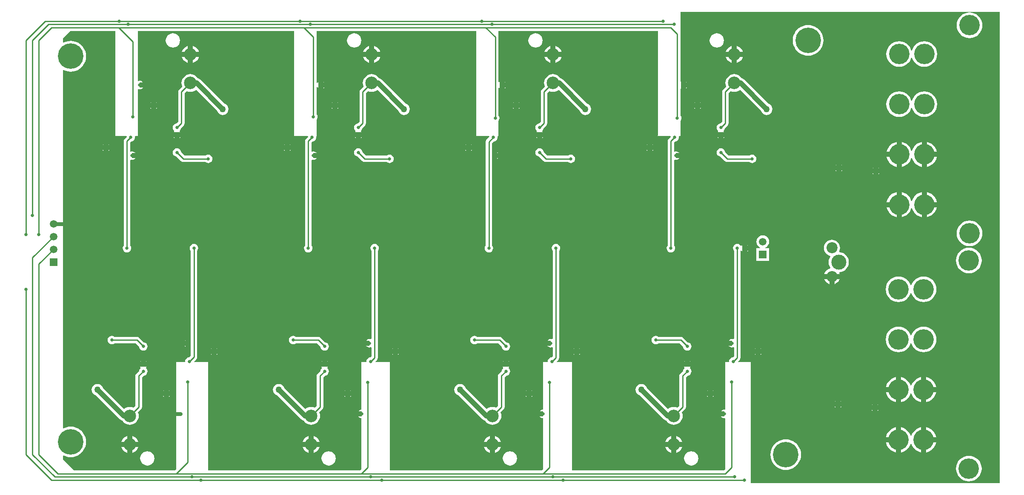
<source format=gbl>
G04*
G04 #@! TF.GenerationSoftware,Altium Limited,Altium Designer,19.1.8 (144)*
G04*
G04 Layer_Physical_Order=2*
G04 Layer_Color=16711680*
%FSLAX25Y25*%
%MOIN*%
G70*
G01*
G75*
%ADD14C,0.01000*%
%ADD60C,0.04000*%
%ADD61C,0.20000*%
%ADD62C,0.08661*%
%ADD63C,0.11811*%
%ADD64C,0.09843*%
%ADD65C,0.05906*%
%ADD66R,0.05906X0.05906*%
%ADD67C,0.16000*%
%ADD68C,0.02600*%
%ADD69C,0.05000*%
%ADD70C,0.03000*%
G36*
X165000Y264500D02*
D01*
D02*
G37*
G36*
X917451Y102549D02*
X722500D01*
Y197500D01*
X712796D01*
X712589Y198000D01*
X713802Y199213D01*
X714355Y200040D01*
X714549Y201016D01*
Y284901D01*
X714701Y285099D01*
X714704Y285101D01*
X715296D01*
X715299Y285099D01*
X715646Y284646D01*
X716000Y284375D01*
Y287000D01*
Y289625D01*
X715646Y289354D01*
X715299Y288901D01*
X715296Y288899D01*
X714704D01*
X714701Y288901D01*
X714354Y289354D01*
X713664Y289882D01*
X712861Y290215D01*
X712000Y290329D01*
X711138Y290215D01*
X710336Y289882D01*
X709646Y289354D01*
X709118Y288664D01*
X708785Y287861D01*
X708672Y287000D01*
X708785Y286139D01*
X709118Y285336D01*
X709451Y284901D01*
Y215803D01*
X709035Y215525D01*
X708767Y215636D01*
X707905Y215750D01*
X707044Y215636D01*
X706241Y215304D01*
X705552Y214775D01*
X705281Y214421D01*
X707905D01*
Y210421D01*
X705281D01*
X705552Y210068D01*
X706241Y209539D01*
X707044Y209206D01*
X707905Y209093D01*
X708767Y209206D01*
X709035Y209317D01*
X709451Y209039D01*
Y202072D01*
X708587Y201208D01*
X708044Y201136D01*
X707241Y200804D01*
X706552Y200275D01*
X706023Y199585D01*
X705690Y198783D01*
X705577Y197921D01*
X705583Y197876D01*
X705253Y197500D01*
X702500D01*
Y160563D01*
X702124Y160233D01*
X702000Y160250D01*
X701138Y160136D01*
X700336Y159804D01*
X699646Y159275D01*
X699375Y158921D01*
X702000D01*
Y154921D01*
X699375D01*
X699646Y154568D01*
X700336Y154039D01*
X701138Y153706D01*
X702000Y153593D01*
X702124Y153609D01*
X702500Y153279D01*
Y113605D01*
X701444Y112549D01*
X582500D01*
Y197500D01*
X570796D01*
X570589Y198000D01*
X571802Y199213D01*
X572355Y200040D01*
X572549Y201016D01*
Y284901D01*
X572883Y285336D01*
X573215Y286139D01*
X573328Y287000D01*
X573215Y287861D01*
X572883Y288664D01*
X572354Y289354D01*
X571664Y289882D01*
X570861Y290215D01*
X570000Y290329D01*
X569138Y290215D01*
X568336Y289882D01*
X567646Y289354D01*
X567118Y288664D01*
X566785Y287861D01*
X566672Y287000D01*
X566785Y286139D01*
X567118Y285336D01*
X567451Y284901D01*
Y215803D01*
X567035Y215525D01*
X566767Y215636D01*
X565906Y215750D01*
X565044Y215636D01*
X564241Y215304D01*
X563552Y214775D01*
X563281Y214421D01*
X565906D01*
Y210421D01*
X563281D01*
X563552Y210068D01*
X564241Y209539D01*
X565044Y209206D01*
X565906Y209093D01*
X566767Y209206D01*
X567035Y209317D01*
X567451Y209039D01*
Y202072D01*
X566587Y201208D01*
X566044Y201136D01*
X565241Y200804D01*
X564552Y200275D01*
X564023Y199585D01*
X563690Y198783D01*
X563577Y197921D01*
X563583Y197876D01*
X563253Y197500D01*
X560000D01*
Y160250D01*
X559138Y160136D01*
X558336Y159804D01*
X557646Y159275D01*
X557375Y158921D01*
X560000D01*
Y154921D01*
X557375D01*
X557646Y154568D01*
X558336Y154039D01*
X559138Y153706D01*
X560000Y153593D01*
Y113605D01*
X558944Y112549D01*
X440000D01*
Y197500D01*
X428796D01*
X428589Y198000D01*
X429802Y199213D01*
X430355Y200040D01*
X430549Y201016D01*
Y284901D01*
X430883Y285336D01*
X431215Y286139D01*
X431328Y287000D01*
X431215Y287861D01*
X430883Y288664D01*
X430354Y289354D01*
X429664Y289882D01*
X428862Y290215D01*
X428000Y290329D01*
X427139Y290215D01*
X426336Y289882D01*
X425646Y289354D01*
X425117Y288664D01*
X424785Y287861D01*
X424672Y287000D01*
X424785Y286139D01*
X425117Y285336D01*
X425451Y284901D01*
Y215803D01*
X425035Y215525D01*
X424767Y215636D01*
X423906Y215750D01*
X423044Y215636D01*
X422241Y215304D01*
X421552Y214775D01*
X421281Y214421D01*
X423906D01*
Y210421D01*
X421281D01*
X421552Y210068D01*
X422241Y209539D01*
X423044Y209206D01*
X423906Y209093D01*
X424767Y209206D01*
X425035Y209317D01*
X425451Y209039D01*
Y202072D01*
X424587Y201208D01*
X424044Y201136D01*
X423241Y200804D01*
X422552Y200275D01*
X422023Y199585D01*
X421690Y198783D01*
X421577Y197921D01*
X421583Y197876D01*
X421253Y197500D01*
X417500D01*
Y160184D01*
X417138Y160136D01*
X416336Y159804D01*
X415646Y159275D01*
X415375Y158921D01*
X418000D01*
Y154921D01*
X415375D01*
X415646Y154568D01*
X416336Y154039D01*
X417138Y153706D01*
X417500Y153659D01*
Y113605D01*
X416444Y112549D01*
X297500D01*
Y197500D01*
X286796D01*
X286589Y198000D01*
X288302Y199713D01*
X288855Y200540D01*
X289049Y201516D01*
Y284901D01*
X289383Y285336D01*
X289715Y286139D01*
X289828Y287000D01*
X289715Y287861D01*
X289383Y288664D01*
X288854Y289354D01*
X288164Y289882D01*
X287362Y290215D01*
X286500Y290329D01*
X285638Y290215D01*
X284836Y289882D01*
X284146Y289354D01*
X283617Y288664D01*
X283285Y287861D01*
X283172Y287000D01*
X283285Y286139D01*
X283617Y285336D01*
X283951Y284901D01*
Y215576D01*
X283906Y215556D01*
Y212421D01*
Y209287D01*
X283951Y209267D01*
Y202572D01*
X282587Y201208D01*
X282044Y201136D01*
X281241Y200804D01*
X280552Y200275D01*
X280023Y199585D01*
X279690Y198783D01*
X279577Y197921D01*
X279583Y197876D01*
X279253Y197500D01*
X272500D01*
Y113605D01*
X271444Y112549D01*
X192451D01*
X184000Y121000D01*
Y124091D01*
X184436Y124336D01*
X184535Y124275D01*
X186280Y123552D01*
X188117Y123111D01*
X190000Y122963D01*
X191883Y123111D01*
X193720Y123552D01*
X195465Y124275D01*
X197075Y125262D01*
X198512Y126488D01*
X199738Y127925D01*
X200725Y129535D01*
X201448Y131280D01*
X201889Y133117D01*
X202037Y135000D01*
X201889Y136883D01*
X201448Y138720D01*
X200725Y140465D01*
X199738Y142075D01*
X198512Y143511D01*
X197075Y144738D01*
X195465Y145725D01*
X193720Y146448D01*
X191883Y146889D01*
X190000Y147037D01*
X188117Y146889D01*
X186280Y146448D01*
X184535Y145725D01*
X184436Y145665D01*
X184000Y145909D01*
Y426591D01*
X184436Y426835D01*
X184535Y426775D01*
X186280Y426052D01*
X188117Y425611D01*
X190000Y425463D01*
X191883Y425611D01*
X193720Y426052D01*
X195465Y426775D01*
X197075Y427762D01*
X198512Y428989D01*
X199738Y430425D01*
X200725Y432035D01*
X201448Y433780D01*
X201889Y435617D01*
X202037Y437500D01*
X201889Y439383D01*
X201448Y441220D01*
X200725Y442965D01*
X199738Y444575D01*
X198512Y446011D01*
X197075Y447238D01*
X195465Y448225D01*
X193720Y448948D01*
X191883Y449389D01*
X190000Y449537D01*
X188117Y449389D01*
X186280Y448948D01*
X184535Y448225D01*
X184436Y448165D01*
X184000Y448409D01*
Y451500D01*
X189951Y457451D01*
X225000D01*
Y375000D01*
X233426D01*
X233832Y374500D01*
X233808Y374318D01*
X232198Y372708D01*
X231645Y371881D01*
X231451Y370905D01*
Y289099D01*
X231118Y288664D01*
X230785Y287861D01*
X230672Y287000D01*
X230785Y286139D01*
X231118Y285336D01*
X231646Y284646D01*
X232336Y284118D01*
X233138Y283785D01*
X234000Y283671D01*
X234861Y283785D01*
X235664Y284118D01*
X236354Y284646D01*
X236882Y285336D01*
X237215Y286139D01*
X237329Y287000D01*
X237215Y287861D01*
X236882Y288664D01*
X236549Y289099D01*
Y356118D01*
X236965Y356396D01*
X237233Y356285D01*
X238094Y356171D01*
X238956Y356285D01*
X239759Y356617D01*
X240448Y357146D01*
X240719Y357500D01*
X238094D01*
Y361500D01*
X240719D01*
X240448Y361854D01*
X239759Y362383D01*
X238956Y362715D01*
X238094Y362828D01*
X237233Y362715D01*
X236965Y362604D01*
X236549Y362882D01*
Y369850D01*
X237413Y370713D01*
X237956Y370785D01*
X238759Y371117D01*
X239448Y371646D01*
X239977Y372336D01*
X240310Y373138D01*
X240423Y374000D01*
X240357Y374500D01*
X240763Y375000D01*
X242500D01*
Y411599D01*
X242916Y411877D01*
X243139Y411785D01*
X244000Y411671D01*
X244862Y411785D01*
X245664Y412117D01*
X246354Y412646D01*
X246625Y413000D01*
X244000D01*
Y417000D01*
X246625D01*
X246354Y417354D01*
X245664Y417882D01*
X244862Y418215D01*
X244000Y418329D01*
X243139Y418215D01*
X242916Y418123D01*
X242500Y418401D01*
Y457451D01*
X365000D01*
Y375000D01*
X375426D01*
X375832Y374500D01*
X375808Y374318D01*
X374198Y372708D01*
X373645Y371881D01*
X373451Y370905D01*
Y289099D01*
X373117Y288664D01*
X372785Y287861D01*
X372672Y287000D01*
X372785Y286139D01*
X373117Y285336D01*
X373646Y284646D01*
X374336Y284118D01*
X375138Y283785D01*
X376000Y283671D01*
X376862Y283785D01*
X377664Y284118D01*
X378354Y284646D01*
X378883Y285336D01*
X379215Y286139D01*
X379328Y287000D01*
X379215Y287861D01*
X378883Y288664D01*
X378549Y289099D01*
Y356118D01*
X378965Y356396D01*
X379233Y356285D01*
X380095Y356171D01*
X380956Y356285D01*
X381759Y356617D01*
X382448Y357146D01*
X382719Y357500D01*
X380095D01*
Y361500D01*
X382719D01*
X382448Y361854D01*
X381759Y362383D01*
X380956Y362715D01*
X380095Y362828D01*
X379233Y362715D01*
X378965Y362604D01*
X378549Y362882D01*
Y369850D01*
X379413Y370713D01*
X379956Y370785D01*
X380759Y371117D01*
X381448Y371646D01*
X381977Y372336D01*
X382310Y373138D01*
X382423Y374000D01*
X382357Y374500D01*
X382500Y375000D01*
X382500D01*
Y387837D01*
X382882Y388336D01*
X383215Y389139D01*
X383329Y390000D01*
X383215Y390862D01*
X382882Y391664D01*
X382549Y392099D01*
Y413402D01*
X383049Y413501D01*
X383118Y413336D01*
X383646Y412646D01*
X384000Y412375D01*
Y415000D01*
Y417625D01*
X383646Y417354D01*
X383118Y416664D01*
X383049Y416499D01*
X382549Y416598D01*
Y452500D01*
X382500Y452746D01*
Y457451D01*
X507500D01*
Y375000D01*
X517426D01*
X517832Y374500D01*
X517808Y374318D01*
X515698Y372208D01*
X515145Y371381D01*
X514951Y370406D01*
Y289099D01*
X514617Y288664D01*
X514285Y287861D01*
X514172Y287000D01*
X514285Y286139D01*
X514617Y285336D01*
X515146Y284646D01*
X515836Y284118D01*
X516639Y283785D01*
X517500Y283671D01*
X518362Y283785D01*
X519164Y284118D01*
X519854Y284646D01*
X520382Y285336D01*
X520715Y286139D01*
X520828Y287000D01*
X520715Y287861D01*
X520382Y288664D01*
X520049Y289099D01*
Y356346D01*
X520094Y356366D01*
Y359500D01*
Y362634D01*
X520049Y362655D01*
Y369350D01*
X521413Y370713D01*
X521956Y370785D01*
X522759Y371117D01*
X523448Y371646D01*
X523977Y372336D01*
X524310Y373138D01*
X524423Y374000D01*
X524357Y374500D01*
X524763Y375000D01*
X525000D01*
Y386837D01*
X525383Y387336D01*
X525715Y388139D01*
X525829Y389000D01*
X525715Y389861D01*
X525383Y390664D01*
X525049Y391099D01*
Y412604D01*
X525549Y412773D01*
X525646Y412646D01*
X526000Y412375D01*
Y415000D01*
Y417625D01*
X525646Y417354D01*
X525549Y417227D01*
X525049Y417396D01*
Y452500D01*
X525000Y452746D01*
Y457451D01*
X650000D01*
Y375500D01*
X649500Y375000D01*
X659426D01*
X659832Y374500D01*
X659808Y374318D01*
X658198Y372708D01*
X657645Y371881D01*
X657451Y370905D01*
Y289099D01*
X657118Y288664D01*
X656785Y287861D01*
X656671Y287000D01*
X656785Y286139D01*
X657118Y285336D01*
X657646Y284646D01*
X658336Y284118D01*
X659138Y283785D01*
X660000Y283671D01*
X660861Y283785D01*
X661664Y284118D01*
X662354Y284646D01*
X662883Y285336D01*
X663215Y286139D01*
X663329Y287000D01*
X663215Y287861D01*
X662883Y288664D01*
X662549Y289099D01*
Y356118D01*
X662965Y356396D01*
X663233Y356285D01*
X664094Y356171D01*
X664956Y356285D01*
X665759Y356617D01*
X666448Y357146D01*
X666719Y357500D01*
X664094D01*
Y361500D01*
X666719D01*
X666448Y361854D01*
X665759Y362383D01*
X664956Y362715D01*
X664094Y362828D01*
X663233Y362715D01*
X662965Y362604D01*
X662549Y362882D01*
Y369850D01*
X663413Y370713D01*
X663956Y370785D01*
X664759Y371117D01*
X665448Y371646D01*
X665977Y372336D01*
X666310Y373138D01*
X666423Y374000D01*
X666357Y374500D01*
X666763Y375000D01*
X667500D01*
Y386837D01*
X667882Y387336D01*
X668215Y388139D01*
X668329Y389000D01*
X668215Y389861D01*
X667882Y390664D01*
X667549Y391099D01*
Y412091D01*
X668000Y412313D01*
Y415000D01*
Y417687D01*
X667549Y417909D01*
Y455000D01*
X667500Y455246D01*
Y472451D01*
X917451D01*
Y102549D01*
D02*
G37*
%LPC*%
G36*
X893933Y471848D02*
X891973Y471655D01*
X890088Y471083D01*
X888350Y470154D01*
X886828Y468904D01*
X885578Y467382D01*
X884650Y465645D01*
X884078Y463760D01*
X883885Y461799D01*
X884078Y459839D01*
X884650Y457954D01*
X885578Y456217D01*
X886828Y454694D01*
X888350Y453444D01*
X890088Y452516D01*
X891973Y451944D01*
X893933Y451751D01*
X895893Y451944D01*
X897778Y452516D01*
X899516Y453444D01*
X901038Y454694D01*
X902288Y456217D01*
X903217Y457954D01*
X903788Y459839D01*
X903981Y461799D01*
X903788Y463760D01*
X903217Y465645D01*
X902288Y467382D01*
X901038Y468904D01*
X899516Y470154D01*
X897778Y471083D01*
X895893Y471655D01*
X893933Y471848D01*
D02*
G37*
G36*
X696008Y455481D02*
X694561Y455290D01*
X693212Y454732D01*
X692054Y453843D01*
X691166Y452685D01*
X690607Y451337D01*
X690417Y449890D01*
X690607Y448443D01*
X691166Y447094D01*
X692054Y445936D01*
X693212Y445048D01*
X694561Y444489D01*
X696008Y444299D01*
X697455Y444489D01*
X698803Y445048D01*
X699961Y445936D01*
X700850Y447094D01*
X701408Y448443D01*
X701599Y449890D01*
X701408Y451337D01*
X700850Y452685D01*
X699961Y453843D01*
X698803Y454732D01*
X697455Y455290D01*
X696008Y455481D01*
D02*
G37*
G36*
X554008D02*
X552561Y455290D01*
X551212Y454732D01*
X550054Y453843D01*
X549166Y452685D01*
X548607Y451337D01*
X548417Y449890D01*
X548607Y448443D01*
X549166Y447094D01*
X550054Y445936D01*
X551212Y445048D01*
X552561Y444489D01*
X554008Y444299D01*
X555455Y444489D01*
X556803Y445048D01*
X557961Y445936D01*
X558850Y447094D01*
X559409Y448443D01*
X559599Y449890D01*
X559409Y451337D01*
X558850Y452685D01*
X557961Y453843D01*
X556803Y454732D01*
X555455Y455290D01*
X554008Y455481D01*
D02*
G37*
G36*
X412008D02*
X410561Y455290D01*
X409212Y454732D01*
X408054Y453843D01*
X407166Y452685D01*
X406607Y451337D01*
X406417Y449890D01*
X406607Y448443D01*
X407166Y447094D01*
X408054Y445936D01*
X409212Y445048D01*
X410561Y444489D01*
X412008Y444299D01*
X413455Y444489D01*
X414803Y445048D01*
X415961Y445936D01*
X416850Y447094D01*
X417409Y448443D01*
X417599Y449890D01*
X417409Y451337D01*
X416850Y452685D01*
X415961Y453843D01*
X414803Y454732D01*
X413455Y455290D01*
X412008Y455481D01*
D02*
G37*
G36*
X270008D02*
X268561Y455290D01*
X267212Y454732D01*
X266054Y453843D01*
X265166Y452685D01*
X264607Y451337D01*
X264417Y449890D01*
X264607Y448443D01*
X265166Y447094D01*
X266054Y445936D01*
X267212Y445048D01*
X268561Y444489D01*
X270008Y444299D01*
X271455Y444489D01*
X272803Y445048D01*
X273961Y445936D01*
X274850Y447094D01*
X275409Y448443D01*
X275599Y449890D01*
X275409Y451337D01*
X274850Y452685D01*
X273961Y453843D01*
X272803Y454732D01*
X271455Y455290D01*
X270008Y455481D01*
D02*
G37*
G36*
X858500Y449289D02*
X856540Y449095D01*
X854655Y448524D01*
X852917Y447595D01*
X851395Y446345D01*
X850145Y444823D01*
X849216Y443085D01*
X848907Y442067D01*
X848407D01*
X848098Y443085D01*
X847170Y444823D01*
X845920Y446345D01*
X844398Y447595D01*
X842660Y448524D01*
X840775Y449095D01*
X838815Y449289D01*
X836855Y449095D01*
X834970Y448524D01*
X833232Y447595D01*
X831710Y446345D01*
X830460Y444823D01*
X829531Y443085D01*
X828960Y441200D01*
X828767Y439240D01*
X828960Y437280D01*
X829531Y435395D01*
X830460Y433658D01*
X831710Y432135D01*
X833232Y430885D01*
X834970Y429957D01*
X836855Y429385D01*
X838815Y429192D01*
X840775Y429385D01*
X842660Y429957D01*
X844398Y430885D01*
X845920Y432135D01*
X847170Y433658D01*
X848098Y435395D01*
X848407Y436413D01*
X848907D01*
X849216Y435395D01*
X850145Y433658D01*
X851395Y432135D01*
X852917Y430885D01*
X854655Y429957D01*
X856540Y429385D01*
X858500Y429192D01*
X860460Y429385D01*
X862345Y429957D01*
X864083Y430885D01*
X865605Y432135D01*
X866855Y433658D01*
X867784Y435395D01*
X868355Y437280D01*
X868548Y439240D01*
X868355Y441200D01*
X867784Y443085D01*
X866855Y444823D01*
X865605Y446345D01*
X864083Y447595D01*
X862345Y448524D01*
X860460Y449095D01*
X858500Y449289D01*
D02*
G37*
G36*
X711709Y445610D02*
Y440984D01*
X716335D01*
X716134Y441646D01*
X715491Y442848D01*
X714626Y443902D01*
X713573Y444767D01*
X712370Y445410D01*
X711709Y445610D01*
D02*
G37*
G36*
X707709D02*
X707047Y445410D01*
X705845Y444767D01*
X704791Y443902D01*
X703926Y442848D01*
X703283Y441646D01*
X703083Y440984D01*
X707709D01*
Y445610D01*
D02*
G37*
G36*
X569709D02*
Y440984D01*
X574335D01*
X574134Y441646D01*
X573491Y442848D01*
X572626Y443902D01*
X571572Y444767D01*
X570370Y445410D01*
X569709Y445610D01*
D02*
G37*
G36*
X565709D02*
X565047Y445410D01*
X563845Y444767D01*
X562791Y443902D01*
X561926Y442848D01*
X561283Y441646D01*
X561083Y440984D01*
X565709D01*
Y445610D01*
D02*
G37*
G36*
X427709D02*
Y440984D01*
X432335D01*
X432134Y441646D01*
X431491Y442848D01*
X430626Y443902D01*
X429572Y444767D01*
X428370Y445410D01*
X427709Y445610D01*
D02*
G37*
G36*
X423709D02*
X423047Y445410D01*
X421845Y444767D01*
X420791Y443902D01*
X419926Y442848D01*
X419283Y441646D01*
X419083Y440984D01*
X423709D01*
Y445610D01*
D02*
G37*
G36*
X285709D02*
Y440984D01*
X290335D01*
X290134Y441646D01*
X289491Y442848D01*
X288626Y443902D01*
X287573Y444767D01*
X286370Y445410D01*
X285709Y445610D01*
D02*
G37*
G36*
X281709D02*
X281047Y445410D01*
X279845Y444767D01*
X278791Y443902D01*
X277926Y442848D01*
X277283Y441646D01*
X277083Y440984D01*
X281709D01*
Y445610D01*
D02*
G37*
G36*
X767500Y462037D02*
X765617Y461889D01*
X763780Y461448D01*
X762035Y460725D01*
X760425Y459738D01*
X758989Y458511D01*
X757762Y457075D01*
X756775Y455465D01*
X756052Y453720D01*
X755611Y451883D01*
X755463Y450000D01*
X755611Y448117D01*
X756052Y446280D01*
X756775Y444535D01*
X757762Y442925D01*
X758989Y441489D01*
X760425Y440262D01*
X762035Y439275D01*
X763780Y438552D01*
X765617Y438111D01*
X767500Y437963D01*
X769383Y438111D01*
X771220Y438552D01*
X772965Y439275D01*
X774575Y440262D01*
X776012Y441489D01*
X777238Y442925D01*
X778225Y444535D01*
X778948Y446280D01*
X779389Y448117D01*
X779537Y450000D01*
X779389Y451883D01*
X778948Y453720D01*
X778225Y455465D01*
X777238Y457075D01*
X776012Y458511D01*
X774575Y459738D01*
X772965Y460725D01*
X771220Y461448D01*
X769383Y461889D01*
X767500Y462037D01*
D02*
G37*
G36*
X716335Y436984D02*
X711709D01*
Y432358D01*
X712370Y432559D01*
X713573Y433202D01*
X714626Y434066D01*
X715491Y435120D01*
X716134Y436323D01*
X716335Y436984D01*
D02*
G37*
G36*
X707709D02*
X703083D01*
X703283Y436323D01*
X703926Y435120D01*
X704791Y434066D01*
X705845Y433202D01*
X707047Y432559D01*
X707709Y432358D01*
Y436984D01*
D02*
G37*
G36*
X574335D02*
X569709D01*
Y432358D01*
X570370Y432559D01*
X571572Y433202D01*
X572626Y434066D01*
X573491Y435120D01*
X574134Y436323D01*
X574335Y436984D01*
D02*
G37*
G36*
X565709D02*
X561083D01*
X561283Y436323D01*
X561926Y435120D01*
X562791Y434066D01*
X563845Y433202D01*
X565047Y432559D01*
X565709Y432358D01*
Y436984D01*
D02*
G37*
G36*
X432335D02*
X427709D01*
Y432358D01*
X428370Y432559D01*
X429572Y433202D01*
X430626Y434066D01*
X431491Y435120D01*
X432134Y436323D01*
X432335Y436984D01*
D02*
G37*
G36*
X423709D02*
X419083D01*
X419283Y436323D01*
X419926Y435120D01*
X420791Y434066D01*
X421845Y433202D01*
X423047Y432559D01*
X423709Y432358D01*
Y436984D01*
D02*
G37*
G36*
X290335D02*
X285709D01*
Y432358D01*
X286370Y432559D01*
X287573Y433202D01*
X288626Y434066D01*
X289491Y435120D01*
X290134Y436323D01*
X290335Y436984D01*
D02*
G37*
G36*
X281709D02*
X277083D01*
X277283Y436323D01*
X277926Y435120D01*
X278791Y434066D01*
X279845Y433202D01*
X281047Y432559D01*
X281709Y432358D01*
Y436984D01*
D02*
G37*
G36*
X672000Y417625D02*
Y417000D01*
X672625D01*
X672354Y417354D01*
X672000Y417625D01*
D02*
G37*
G36*
X530000D02*
Y417000D01*
X530625D01*
X530354Y417354D01*
X530000Y417625D01*
D02*
G37*
G36*
X388000D02*
Y417000D01*
X388625D01*
X388354Y417354D01*
X388000Y417625D01*
D02*
G37*
G36*
X672625Y413000D02*
X672000D01*
Y412375D01*
X672354Y412646D01*
X672625Y413000D01*
D02*
G37*
G36*
X530625D02*
X530000D01*
Y412375D01*
X530354Y412646D01*
X530625Y413000D01*
D02*
G37*
G36*
X388625D02*
X388000D01*
Y412375D01*
X388354Y412646D01*
X388625Y413000D01*
D02*
G37*
G36*
X858500Y409918D02*
X856540Y409725D01*
X854655Y409154D01*
X852917Y408225D01*
X851395Y406975D01*
X850145Y405453D01*
X849216Y403716D01*
X848907Y402697D01*
X848407D01*
X848098Y403716D01*
X847170Y405453D01*
X845920Y406975D01*
X844398Y408225D01*
X842660Y409154D01*
X840775Y409725D01*
X838815Y409918D01*
X836855Y409725D01*
X834970Y409154D01*
X833232Y408225D01*
X831710Y406975D01*
X830460Y405453D01*
X829531Y403716D01*
X828960Y401830D01*
X828767Y399870D01*
X828960Y397910D01*
X829531Y396025D01*
X830460Y394287D01*
X831710Y392765D01*
X833232Y391515D01*
X834970Y390587D01*
X836855Y390015D01*
X838815Y389822D01*
X840775Y390015D01*
X842660Y390587D01*
X844398Y391515D01*
X845920Y392765D01*
X847170Y394287D01*
X848098Y396025D01*
X848407Y397043D01*
X848907D01*
X849216Y396025D01*
X850145Y394287D01*
X851395Y392765D01*
X852917Y391515D01*
X854655Y390587D01*
X856540Y390015D01*
X858500Y389822D01*
X860460Y390015D01*
X862345Y390587D01*
X864083Y391515D01*
X865605Y392765D01*
X866855Y394287D01*
X867784Y396025D01*
X868355Y397910D01*
X868548Y399870D01*
X868355Y401830D01*
X867784Y403716D01*
X866855Y405453D01*
X865605Y406975D01*
X864083Y408225D01*
X862345Y409154D01*
X860460Y409725D01*
X858500Y409918D01*
D02*
G37*
G36*
X683000Y401625D02*
Y401000D01*
X683625D01*
X683354Y401354D01*
X683000Y401625D01*
D02*
G37*
G36*
X679000D02*
X678646Y401354D01*
X678375Y401000D01*
X679000D01*
Y401625D01*
D02*
G37*
G36*
X541000D02*
Y401000D01*
X541625D01*
X541354Y401354D01*
X541000Y401625D01*
D02*
G37*
G36*
X537000D02*
X536646Y401354D01*
X536375Y401000D01*
X537000D01*
Y401625D01*
D02*
G37*
G36*
X399000D02*
Y401000D01*
X399625D01*
X399354Y401354D01*
X399000Y401625D01*
D02*
G37*
G36*
X395000D02*
X394646Y401354D01*
X394375Y401000D01*
X395000D01*
Y401625D01*
D02*
G37*
G36*
X257000D02*
Y401000D01*
X257625D01*
X257354Y401354D01*
X257000Y401625D01*
D02*
G37*
G36*
X253000D02*
X252646Y401354D01*
X252375Y401000D01*
X253000D01*
Y401625D01*
D02*
G37*
G36*
X683625Y397000D02*
X683000D01*
Y396375D01*
X683354Y396646D01*
X683625Y397000D01*
D02*
G37*
G36*
X679000D02*
X678375D01*
X678646Y396646D01*
X679000Y396375D01*
Y397000D01*
D02*
G37*
G36*
X541625D02*
X541000D01*
Y396375D01*
X541354Y396646D01*
X541625Y397000D01*
D02*
G37*
G36*
X537000D02*
X536375D01*
X536646Y396646D01*
X537000Y396375D01*
Y397000D01*
D02*
G37*
G36*
X399625D02*
X399000D01*
Y396375D01*
X399354Y396646D01*
X399625Y397000D01*
D02*
G37*
G36*
X395000D02*
X394375D01*
X394646Y396646D01*
X395000Y396375D01*
Y397000D01*
D02*
G37*
G36*
X257625D02*
X257000D01*
Y396375D01*
X257354Y396646D01*
X257625Y397000D01*
D02*
G37*
G36*
X253000D02*
X252375D01*
X252646Y396646D01*
X253000Y396375D01*
Y397000D01*
D02*
G37*
G36*
X709709Y423498D02*
X708352Y423364D01*
X707047Y422969D01*
X705845Y422326D01*
X704791Y421461D01*
X703926Y420407D01*
X703283Y419205D01*
X702888Y417900D01*
X702754Y416543D01*
X702888Y415187D01*
X703283Y413882D01*
X703339Y413778D01*
X700906Y411346D01*
X700354Y410519D01*
X700160Y409543D01*
Y386135D01*
X698890Y384865D01*
X698347Y384794D01*
X697544Y384461D01*
X696855Y383932D01*
X696326Y383243D01*
X695994Y382440D01*
X695880Y381579D01*
X695994Y380717D01*
X696326Y379914D01*
X696855Y379225D01*
X697046Y379079D01*
Y378579D01*
X696855Y378432D01*
X696584Y378079D01*
X701834D01*
X701562Y378432D01*
X701371Y378579D01*
Y379079D01*
X701562Y379225D01*
X702091Y379914D01*
X702424Y380717D01*
X702495Y381260D01*
X704511Y383276D01*
X705064Y384103D01*
X705258Y385079D01*
Y408488D01*
X706944Y410173D01*
X707047Y410118D01*
X708352Y409722D01*
X709709Y409589D01*
X711065Y409722D01*
X712370Y410118D01*
X713573Y410761D01*
X714126Y411215D01*
X730767Y394575D01*
X731116Y393731D01*
X731838Y392791D01*
X732778Y392069D01*
X733873Y391616D01*
X735047Y391461D01*
X736222Y391616D01*
X737317Y392069D01*
X738257Y392791D01*
X738978Y393731D01*
X739431Y394825D01*
X739586Y396000D01*
X739431Y397175D01*
X738978Y398269D01*
X738257Y399209D01*
X737317Y399931D01*
X736473Y400280D01*
X717357Y419396D01*
X716521Y420037D01*
X715548Y420440D01*
X715454Y420453D01*
X714626Y421461D01*
X713573Y422326D01*
X712370Y422969D01*
X711065Y423364D01*
X709709Y423498D01*
D02*
G37*
G36*
X567709D02*
X566352Y423364D01*
X565047Y422969D01*
X563845Y422326D01*
X562791Y421461D01*
X561926Y420407D01*
X561283Y419205D01*
X560888Y417900D01*
X560754Y416543D01*
X560888Y415187D01*
X561283Y413882D01*
X561339Y413778D01*
X558906Y411346D01*
X558354Y410519D01*
X558160Y409543D01*
Y386135D01*
X556890Y384865D01*
X556347Y384794D01*
X555544Y384461D01*
X554855Y383932D01*
X554326Y383243D01*
X553994Y382440D01*
X553880Y381579D01*
X553994Y380717D01*
X554326Y379914D01*
X554855Y379225D01*
X555046Y379079D01*
Y378579D01*
X554855Y378432D01*
X554584Y378079D01*
X559834D01*
X559562Y378432D01*
X559372Y378579D01*
Y379079D01*
X559562Y379225D01*
X560091Y379914D01*
X560424Y380717D01*
X560495Y381260D01*
X562511Y383276D01*
X563064Y384103D01*
X563258Y385079D01*
Y408488D01*
X564944Y410173D01*
X565047Y410118D01*
X566352Y409722D01*
X567709Y409589D01*
X569066Y409722D01*
X570370Y410118D01*
X571572Y410761D01*
X572126Y411215D01*
X588767Y394575D01*
X589116Y393731D01*
X589838Y392791D01*
X590778Y392069D01*
X591873Y391616D01*
X593047Y391461D01*
X594222Y391616D01*
X595317Y392069D01*
X596257Y392791D01*
X596978Y393731D01*
X597431Y394825D01*
X597586Y396000D01*
X597431Y397175D01*
X596978Y398269D01*
X596257Y399209D01*
X595317Y399931D01*
X594473Y400280D01*
X575357Y419396D01*
X574521Y420037D01*
X573548Y420440D01*
X573454Y420453D01*
X572626Y421461D01*
X571572Y422326D01*
X570370Y422969D01*
X569066Y423364D01*
X567709Y423498D01*
D02*
G37*
G36*
X425709D02*
X424352Y423364D01*
X423047Y422969D01*
X421845Y422326D01*
X420791Y421461D01*
X419926Y420407D01*
X419283Y419205D01*
X418888Y417900D01*
X418754Y416543D01*
X418888Y415187D01*
X419283Y413882D01*
X419339Y413778D01*
X416906Y411346D01*
X416354Y410519D01*
X416160Y409543D01*
Y386135D01*
X414890Y384865D01*
X414347Y384794D01*
X413544Y384461D01*
X412855Y383932D01*
X412326Y383243D01*
X411994Y382440D01*
X411880Y381579D01*
X411994Y380717D01*
X412326Y379914D01*
X412855Y379225D01*
X413046Y379079D01*
Y378579D01*
X412855Y378432D01*
X412584Y378079D01*
X417834D01*
X417562Y378432D01*
X417372Y378579D01*
Y379079D01*
X417562Y379225D01*
X418091Y379914D01*
X418424Y380717D01*
X418495Y381260D01*
X420511Y383276D01*
X421064Y384103D01*
X421258Y385079D01*
Y408488D01*
X422943Y410173D01*
X423047Y410118D01*
X424352Y409722D01*
X425709Y409589D01*
X427066Y409722D01*
X428370Y410118D01*
X429572Y410761D01*
X430126Y411215D01*
X446767Y394575D01*
X447117Y393731D01*
X447838Y392791D01*
X448778Y392069D01*
X449872Y391616D01*
X451047Y391461D01*
X452222Y391616D01*
X453317Y392069D01*
X454257Y392791D01*
X454978Y393731D01*
X455431Y394825D01*
X455586Y396000D01*
X455431Y397175D01*
X454978Y398269D01*
X454257Y399209D01*
X453317Y399931D01*
X452472Y400280D01*
X433357Y419396D01*
X432521Y420037D01*
X431548Y420440D01*
X431454Y420453D01*
X430626Y421461D01*
X429572Y422326D01*
X428370Y422969D01*
X427066Y423364D01*
X425709Y423498D01*
D02*
G37*
G36*
X283709D02*
X282352Y423364D01*
X281047Y422969D01*
X279845Y422326D01*
X278791Y421461D01*
X277926Y420407D01*
X277283Y419205D01*
X276888Y417900D01*
X276754Y416543D01*
X276888Y415187D01*
X277283Y413882D01*
X277339Y413778D01*
X274906Y411346D01*
X274354Y410519D01*
X274160Y409543D01*
Y386135D01*
X272890Y384865D01*
X272347Y384794D01*
X271544Y384461D01*
X270855Y383932D01*
X270326Y383243D01*
X269994Y382440D01*
X269880Y381579D01*
X269994Y380717D01*
X270326Y379914D01*
X270855Y379225D01*
X271046Y379079D01*
Y378579D01*
X270855Y378432D01*
X270584Y378079D01*
X275834D01*
X275562Y378432D01*
X275372Y378579D01*
Y379079D01*
X275562Y379225D01*
X276091Y379914D01*
X276424Y380717D01*
X276495Y381260D01*
X278511Y383276D01*
X279064Y384103D01*
X279258Y385079D01*
Y408488D01*
X280943Y410173D01*
X281047Y410118D01*
X282352Y409722D01*
X283709Y409589D01*
X285066Y409722D01*
X286370Y410118D01*
X287573Y410761D01*
X288126Y411215D01*
X304767Y394575D01*
X305117Y393731D01*
X305838Y392791D01*
X306778Y392069D01*
X307873Y391616D01*
X309047Y391461D01*
X310222Y391616D01*
X311317Y392069D01*
X312257Y392791D01*
X312978Y393731D01*
X313431Y394825D01*
X313586Y396000D01*
X313431Y397175D01*
X312978Y398269D01*
X312257Y399209D01*
X311317Y399931D01*
X310472Y400280D01*
X291357Y419396D01*
X290521Y420037D01*
X289548Y420440D01*
X289454Y420453D01*
X288626Y421461D01*
X287573Y422326D01*
X286370Y422969D01*
X285066Y423364D01*
X283709Y423498D01*
D02*
G37*
G36*
X701834Y374079D02*
X701209D01*
Y373454D01*
X701562Y373725D01*
X701834Y374079D01*
D02*
G37*
G36*
X697209D02*
X696584D01*
X696855Y373725D01*
X697209Y373454D01*
Y374079D01*
D02*
G37*
G36*
X559834D02*
X559209D01*
Y373454D01*
X559562Y373725D01*
X559834Y374079D01*
D02*
G37*
G36*
X555209D02*
X554584D01*
X554855Y373725D01*
X555209Y373454D01*
Y374079D01*
D02*
G37*
G36*
X417834D02*
X417209D01*
Y373454D01*
X417562Y373725D01*
X417834Y374079D01*
D02*
G37*
G36*
X413209D02*
X412584D01*
X412855Y373725D01*
X413209Y373454D01*
Y374079D01*
D02*
G37*
G36*
X275834D02*
X275209D01*
Y373454D01*
X275562Y373725D01*
X275834Y374079D01*
D02*
G37*
G36*
X271209D02*
X270584D01*
X270855Y373725D01*
X271209Y373454D01*
Y374079D01*
D02*
G37*
G36*
X645595Y368625D02*
Y368000D01*
X646219D01*
X645948Y368354D01*
X645595Y368625D01*
D02*
G37*
G36*
X641595D02*
X641241Y368354D01*
X640970Y368000D01*
X641595D01*
Y368625D01*
D02*
G37*
G36*
X503594D02*
Y368000D01*
X504219D01*
X503948Y368354D01*
X503594Y368625D01*
D02*
G37*
G36*
X499594D02*
X499241Y368354D01*
X498970Y368000D01*
X499594D01*
Y368625D01*
D02*
G37*
G36*
X361595D02*
Y368000D01*
X362219D01*
X361948Y368354D01*
X361595Y368625D01*
D02*
G37*
G36*
X357594D02*
X357241Y368354D01*
X356970Y368000D01*
X357594D01*
Y368625D01*
D02*
G37*
G36*
X219595D02*
Y368000D01*
X220219D01*
X219948Y368354D01*
X219595Y368625D01*
D02*
G37*
G36*
X215595D02*
X215241Y368354D01*
X214970Y368000D01*
X215595D01*
Y368625D01*
D02*
G37*
G36*
X220219Y364000D02*
X219595D01*
Y363375D01*
X219948Y363646D01*
X220219Y364000D01*
D02*
G37*
G36*
X215595D02*
X214970D01*
X215241Y363646D01*
X215595Y363375D01*
Y364000D01*
D02*
G37*
G36*
X646219D02*
X645595D01*
Y363375D01*
X645948Y363646D01*
X646219Y364000D01*
D02*
G37*
G36*
X641595D02*
X640970D01*
X641241Y363646D01*
X641595Y363375D01*
Y364000D01*
D02*
G37*
G36*
X504219D02*
X503594D01*
Y363375D01*
X503948Y363646D01*
X504219Y364000D01*
D02*
G37*
G36*
X499594D02*
X498970D01*
X499241Y363646D01*
X499594Y363375D01*
Y364000D01*
D02*
G37*
G36*
X362219D02*
X361595D01*
Y363375D01*
X361948Y363646D01*
X362219Y364000D01*
D02*
G37*
G36*
X357594D02*
X356970D01*
X357241Y363646D01*
X357594Y363375D01*
Y364000D01*
D02*
G37*
G36*
X856500Y370343D02*
X854655Y369783D01*
X852917Y368855D01*
X851395Y367605D01*
X850145Y366083D01*
X849216Y364345D01*
X848907Y363327D01*
X848407D01*
X848098Y364345D01*
X847170Y366083D01*
X845920Y367605D01*
X844398Y368855D01*
X842660Y369783D01*
X840815Y370343D01*
Y360500D01*
Y350657D01*
X842660Y351217D01*
X844398Y352145D01*
X845920Y353395D01*
X847170Y354917D01*
X848098Y356655D01*
X848407Y357673D01*
X848907D01*
X849216Y356655D01*
X850145Y354917D01*
X851395Y353395D01*
X852917Y352145D01*
X854655Y351217D01*
X856500Y350657D01*
Y360500D01*
Y370343D01*
D02*
G37*
G36*
X860500D02*
Y362500D01*
X868343D01*
X867784Y364345D01*
X866855Y366083D01*
X865605Y367605D01*
X864083Y368855D01*
X862345Y369783D01*
X860500Y370343D01*
D02*
G37*
G36*
X836815Y370343D02*
X834970Y369783D01*
X833232Y368855D01*
X831710Y367605D01*
X830460Y366083D01*
X829531Y364345D01*
X828972Y362500D01*
X836815D01*
Y370343D01*
D02*
G37*
G36*
X524094Y362125D02*
Y361500D01*
X524719D01*
X524448Y361854D01*
X524094Y362125D01*
D02*
G37*
G36*
X524719Y357500D02*
X524094D01*
Y356875D01*
X524448Y357146D01*
X524719Y357500D01*
D02*
G37*
G36*
X699209Y365407D02*
X698347Y365294D01*
X697544Y364961D01*
X696855Y364432D01*
X696326Y363743D01*
X695994Y362940D01*
X695880Y362079D01*
X695994Y361217D01*
X696326Y360415D01*
X696855Y359725D01*
X697544Y359196D01*
X698347Y358864D01*
X698890Y358792D01*
X702406Y355276D01*
X703233Y354724D01*
X704209Y354530D01*
X721610D01*
X722044Y354196D01*
X722847Y353864D01*
X723709Y353750D01*
X724570Y353864D01*
X725373Y354196D01*
X726062Y354725D01*
X726591Y355415D01*
X726924Y356217D01*
X727037Y357079D01*
X726924Y357940D01*
X726591Y358743D01*
X726062Y359432D01*
X725373Y359961D01*
X724570Y360294D01*
X723709Y360407D01*
X722847Y360294D01*
X722044Y359961D01*
X721610Y359628D01*
X705265D01*
X702495Y362397D01*
X702424Y362940D01*
X702091Y363743D01*
X701562Y364432D01*
X700873Y364961D01*
X700070Y365294D01*
X699209Y365407D01*
D02*
G37*
G36*
X557209D02*
X556347Y365294D01*
X555544Y364961D01*
X554855Y364432D01*
X554326Y363743D01*
X553994Y362940D01*
X553880Y362079D01*
X553994Y361217D01*
X554326Y360415D01*
X554855Y359725D01*
X555544Y359196D01*
X556347Y358864D01*
X556890Y358792D01*
X560406Y355276D01*
X561233Y354724D01*
X562209Y354530D01*
X579610D01*
X580044Y354196D01*
X580847Y353864D01*
X581709Y353750D01*
X582570Y353864D01*
X583373Y354196D01*
X584062Y354725D01*
X584591Y355415D01*
X584924Y356217D01*
X585037Y357079D01*
X584924Y357940D01*
X584591Y358743D01*
X584062Y359432D01*
X583373Y359961D01*
X582570Y360294D01*
X581709Y360407D01*
X580847Y360294D01*
X580044Y359961D01*
X579610Y359628D01*
X563265D01*
X560495Y362397D01*
X560424Y362940D01*
X560091Y363743D01*
X559562Y364432D01*
X558873Y364961D01*
X558070Y365294D01*
X557209Y365407D01*
D02*
G37*
G36*
X415209D02*
X414347Y365294D01*
X413544Y364961D01*
X412855Y364432D01*
X412326Y363743D01*
X411994Y362940D01*
X411880Y362079D01*
X411994Y361217D01*
X412326Y360415D01*
X412855Y359725D01*
X413544Y359196D01*
X414347Y358864D01*
X414890Y358792D01*
X418406Y355276D01*
X419233Y354724D01*
X420209Y354530D01*
X437610D01*
X438044Y354196D01*
X438847Y353864D01*
X439709Y353750D01*
X440570Y353864D01*
X441373Y354196D01*
X442062Y354725D01*
X442591Y355415D01*
X442924Y356217D01*
X443037Y357079D01*
X442924Y357940D01*
X442591Y358743D01*
X442062Y359432D01*
X441373Y359961D01*
X440570Y360294D01*
X439709Y360407D01*
X438847Y360294D01*
X438044Y359961D01*
X437610Y359628D01*
X421265D01*
X418495Y362397D01*
X418424Y362940D01*
X418091Y363743D01*
X417562Y364432D01*
X416873Y364961D01*
X416070Y365294D01*
X415209Y365407D01*
D02*
G37*
G36*
X273209D02*
X272347Y365294D01*
X271544Y364961D01*
X270855Y364432D01*
X270326Y363743D01*
X269994Y362940D01*
X269880Y362079D01*
X269994Y361217D01*
X270326Y360415D01*
X270855Y359725D01*
X271544Y359196D01*
X272347Y358864D01*
X272890Y358792D01*
X276406Y355276D01*
X277233Y354724D01*
X278209Y354530D01*
X295610D01*
X296044Y354196D01*
X296847Y353864D01*
X297709Y353750D01*
X298570Y353864D01*
X299373Y354196D01*
X300062Y354725D01*
X300591Y355415D01*
X300924Y356217D01*
X301037Y357079D01*
X300924Y357940D01*
X300591Y358743D01*
X300062Y359432D01*
X299373Y359961D01*
X298570Y360294D01*
X297709Y360407D01*
X296847Y360294D01*
X296044Y359961D01*
X295610Y359628D01*
X279264D01*
X276495Y362397D01*
X276424Y362940D01*
X276091Y363743D01*
X275562Y364432D01*
X274873Y364961D01*
X274070Y365294D01*
X273209Y365407D01*
D02*
G37*
G36*
X793500Y352625D02*
Y352000D01*
X794125D01*
X793854Y352354D01*
X793500Y352625D01*
D02*
G37*
G36*
X789500D02*
X789146Y352354D01*
X788875Y352000D01*
X789500D01*
Y352625D01*
D02*
G37*
G36*
X868343Y358500D02*
X860500D01*
Y350657D01*
X862345Y351217D01*
X864083Y352145D01*
X865605Y353395D01*
X866855Y354917D01*
X867784Y356655D01*
X868343Y358500D01*
D02*
G37*
G36*
X836815Y358500D02*
X828972D01*
X829531Y356655D01*
X830460Y354917D01*
X831710Y353395D01*
X833232Y352145D01*
X834970Y351217D01*
X836815Y350657D01*
Y358500D01*
D02*
G37*
G36*
X822500Y350125D02*
Y349500D01*
X823125D01*
X822854Y349854D01*
X822500Y350125D01*
D02*
G37*
G36*
X818500D02*
X818146Y349854D01*
X817875Y349500D01*
X818500D01*
Y350125D01*
D02*
G37*
G36*
X794125Y348000D02*
X793500D01*
Y347375D01*
X793854Y347646D01*
X794125Y348000D01*
D02*
G37*
G36*
X789500D02*
X788875D01*
X789146Y347646D01*
X789500Y347375D01*
Y348000D01*
D02*
G37*
G36*
X823125Y345500D02*
X822500D01*
Y344875D01*
X822854Y345146D01*
X823125Y345500D01*
D02*
G37*
G36*
X818500D02*
X817875D01*
X818146Y345146D01*
X818500Y344875D01*
Y345500D01*
D02*
G37*
G36*
X856500Y330973D02*
X854655Y330413D01*
X852917Y329485D01*
X851395Y328235D01*
X850145Y326712D01*
X849216Y324975D01*
X848907Y323957D01*
X848407D01*
X848098Y324975D01*
X847170Y326712D01*
X845920Y328235D01*
X844398Y329485D01*
X842660Y330413D01*
X840815Y330973D01*
Y321130D01*
Y311287D01*
X842660Y311846D01*
X844398Y312775D01*
X845920Y314025D01*
X847170Y315547D01*
X848098Y317284D01*
X848407Y318303D01*
X848907D01*
X849216Y317284D01*
X850145Y315547D01*
X851395Y314025D01*
X852917Y312775D01*
X854655Y311846D01*
X856500Y311287D01*
Y321130D01*
Y330973D01*
D02*
G37*
G36*
X860500D02*
Y323130D01*
X868343D01*
X867784Y324975D01*
X866855Y326712D01*
X865605Y328235D01*
X864083Y329485D01*
X862345Y330413D01*
X860500Y330973D01*
D02*
G37*
G36*
X836815Y330973D02*
X834970Y330413D01*
X833232Y329485D01*
X831710Y328235D01*
X830460Y326712D01*
X829531Y324975D01*
X828972Y323130D01*
X836815D01*
Y330973D01*
D02*
G37*
G36*
X868343Y319130D02*
X860500D01*
Y311287D01*
X862345Y311846D01*
X864083Y312775D01*
X865605Y314025D01*
X866855Y315547D01*
X867784Y317284D01*
X868343Y319130D01*
D02*
G37*
G36*
X836815Y319130D02*
X828972D01*
X829531Y317284D01*
X830460Y315547D01*
X831710Y314025D01*
X833232Y312775D01*
X834970Y311846D01*
X836815Y311287D01*
Y319130D01*
D02*
G37*
G36*
X720000Y289625D02*
Y289000D01*
X720625D01*
X720354Y289354D01*
X720000Y289625D01*
D02*
G37*
G36*
X893933Y308619D02*
X891973Y308426D01*
X890088Y307854D01*
X888350Y306926D01*
X886828Y305676D01*
X885578Y304153D01*
X884650Y302416D01*
X884078Y300531D01*
X883885Y298571D01*
X884078Y296610D01*
X884650Y294725D01*
X885578Y292988D01*
X886828Y291465D01*
X888350Y290216D01*
X890088Y289287D01*
X891973Y288716D01*
X893933Y288522D01*
X895893Y288716D01*
X897778Y289287D01*
X899516Y290216D01*
X901038Y291465D01*
X902288Y292988D01*
X903217Y294725D01*
X903788Y296610D01*
X903981Y298571D01*
X903788Y300531D01*
X903217Y302416D01*
X902288Y304153D01*
X901038Y305676D01*
X899516Y306926D01*
X897778Y307854D01*
X895893Y308426D01*
X893933Y308619D01*
D02*
G37*
G36*
X720625Y285000D02*
X720000D01*
Y284375D01*
X720354Y284646D01*
X720625Y285000D01*
D02*
G37*
G36*
X732000Y296995D02*
X730707Y296825D01*
X729502Y296326D01*
X728468Y295532D01*
X727674Y294498D01*
X727175Y293293D01*
X727004Y292000D01*
X727175Y290707D01*
X727674Y289502D01*
X728468Y288468D01*
X729502Y287674D01*
X730036Y287453D01*
X729936Y286953D01*
X727047D01*
Y277047D01*
X736953D01*
Y286953D01*
X734064D01*
X733964Y287453D01*
X734498Y287674D01*
X735532Y288468D01*
X736326Y289502D01*
X736825Y290707D01*
X736996Y292000D01*
X736825Y293293D01*
X736326Y294498D01*
X735532Y295532D01*
X734498Y296326D01*
X733293Y296825D01*
X732000Y296995D01*
D02*
G37*
G36*
X893433Y287348D02*
X891473Y287155D01*
X889588Y286583D01*
X887850Y285654D01*
X886328Y284404D01*
X885078Y282882D01*
X884150Y281144D01*
X883578Y279259D01*
X883385Y277299D01*
X883578Y275339D01*
X884150Y273454D01*
X885078Y271717D01*
X886328Y270194D01*
X887850Y268944D01*
X889588Y268016D01*
X891473Y267444D01*
X893433Y267251D01*
X895393Y267444D01*
X897278Y268016D01*
X899016Y268944D01*
X900538Y270194D01*
X901788Y271717D01*
X902717Y273454D01*
X903288Y275339D01*
X903481Y277299D01*
X903288Y279259D01*
X902717Y281144D01*
X901788Y282882D01*
X900538Y284404D01*
X899016Y285654D01*
X897278Y286583D01*
X895393Y287155D01*
X893433Y287348D01*
D02*
G37*
G36*
X786173Y293582D02*
X784932Y293460D01*
X783739Y293098D01*
X782639Y292510D01*
X781675Y291719D01*
X780884Y290755D01*
X780296Y289655D01*
X779934Y288461D01*
X779812Y287221D01*
X779934Y285979D01*
X780296Y284786D01*
X780884Y283686D01*
X781675Y282722D01*
X782639Y281931D01*
X783739Y281343D01*
X784717Y281047D01*
X784929Y280517D01*
X784844Y280413D01*
X784110Y279040D01*
X783658Y277550D01*
X783505Y276000D01*
X783658Y274450D01*
X784110Y272960D01*
X784844Y271587D01*
X784929Y271483D01*
X784717Y270953D01*
X783739Y270657D01*
X782639Y270069D01*
X781675Y269278D01*
X780884Y268314D01*
X780296Y267214D01*
X780164Y266779D01*
X786173D01*
X792182D01*
X792050Y267214D01*
X791805Y267673D01*
X792040Y268114D01*
X792999Y268209D01*
X794489Y268661D01*
X795862Y269395D01*
X797066Y270383D01*
X798054Y271587D01*
X798788Y272960D01*
X799240Y274450D01*
X799393Y276000D01*
X799240Y277550D01*
X798788Y279040D01*
X798054Y280413D01*
X797066Y281617D01*
X795862Y282605D01*
X794489Y283339D01*
X792999Y283791D01*
X792040Y283886D01*
X791805Y284327D01*
X792050Y284786D01*
X792412Y285979D01*
X792535Y287221D01*
X792412Y288461D01*
X792050Y289655D01*
X791463Y290755D01*
X790671Y291719D01*
X789707Y292510D01*
X788608Y293098D01*
X787414Y293460D01*
X786173Y293582D01*
D02*
G37*
G36*
X784173Y262779D02*
X780164D01*
X780296Y262345D01*
X780884Y261245D01*
X781675Y260281D01*
X782639Y259490D01*
X783739Y258902D01*
X784173Y258771D01*
Y262779D01*
D02*
G37*
G36*
X792182D02*
X788173D01*
Y258771D01*
X788608Y258902D01*
X789707Y259490D01*
X790671Y260281D01*
X791463Y261245D01*
X792050Y262345D01*
X792182Y262779D01*
D02*
G37*
G36*
X858000Y264789D02*
X856040Y264595D01*
X854155Y264024D01*
X852417Y263095D01*
X850895Y261845D01*
X849645Y260323D01*
X848717Y258585D01*
X848407Y257567D01*
X847908D01*
X847598Y258585D01*
X846670Y260323D01*
X845420Y261845D01*
X843898Y263095D01*
X842160Y264024D01*
X840275Y264595D01*
X838315Y264789D01*
X836355Y264595D01*
X834470Y264024D01*
X832732Y263095D01*
X831210Y261845D01*
X829960Y260323D01*
X829031Y258585D01*
X828460Y256700D01*
X828267Y254740D01*
X828460Y252780D01*
X829031Y250895D01*
X829960Y249158D01*
X831210Y247635D01*
X832732Y246385D01*
X834470Y245457D01*
X836355Y244885D01*
X838315Y244692D01*
X840275Y244885D01*
X842160Y245457D01*
X843898Y246385D01*
X845420Y247635D01*
X846670Y249158D01*
X847598Y250895D01*
X847908Y251913D01*
X848407D01*
X848717Y250895D01*
X849645Y249158D01*
X850895Y247635D01*
X852417Y246385D01*
X854155Y245457D01*
X856040Y244885D01*
X858000Y244692D01*
X859960Y244885D01*
X861845Y245457D01*
X863583Y246385D01*
X865105Y247635D01*
X866355Y249158D01*
X867284Y250895D01*
X867855Y252780D01*
X868048Y254740D01*
X867855Y256700D01*
X867284Y258585D01*
X866355Y260323D01*
X865105Y261845D01*
X863583Y263095D01*
X861845Y264024D01*
X859960Y264595D01*
X858000Y264789D01*
D02*
G37*
G36*
Y225418D02*
X856040Y225225D01*
X854155Y224654D01*
X852417Y223725D01*
X850895Y222475D01*
X849645Y220953D01*
X848717Y219215D01*
X848407Y218197D01*
X847908D01*
X847598Y219215D01*
X846670Y220953D01*
X845420Y222475D01*
X843898Y223725D01*
X842160Y224654D01*
X840275Y225225D01*
X838315Y225418D01*
X836355Y225225D01*
X834470Y224654D01*
X832732Y223725D01*
X831210Y222475D01*
X829960Y220953D01*
X829031Y219215D01*
X828460Y217330D01*
X828267Y215370D01*
X828460Y213410D01*
X829031Y211525D01*
X829960Y209788D01*
X831210Y208265D01*
X832732Y207015D01*
X834470Y206087D01*
X836355Y205515D01*
X838315Y205322D01*
X840275Y205515D01*
X842160Y206087D01*
X843898Y207015D01*
X845420Y208265D01*
X846670Y209788D01*
X847598Y211525D01*
X847908Y212543D01*
X848407D01*
X848717Y211525D01*
X849645Y209788D01*
X850895Y208265D01*
X852417Y207015D01*
X854155Y206087D01*
X856040Y205515D01*
X858000Y205322D01*
X859960Y205515D01*
X861845Y206087D01*
X863583Y207015D01*
X865105Y208265D01*
X866355Y209788D01*
X867284Y211525D01*
X867855Y213410D01*
X868048Y215370D01*
X867855Y217330D01*
X867284Y219215D01*
X866355Y220953D01*
X865105Y222475D01*
X863583Y223725D01*
X861845Y224654D01*
X859960Y225225D01*
X858000Y225418D01*
D02*
G37*
G36*
X279906Y215046D02*
X279552Y214775D01*
X279281Y214421D01*
X279906D01*
Y215046D01*
D02*
G37*
G36*
Y210421D02*
X279281D01*
X279552Y210068D01*
X279906Y209796D01*
Y210421D01*
D02*
G37*
G36*
X730406Y208546D02*
Y207921D01*
X731030D01*
X730759Y208275D01*
X730406Y208546D01*
D02*
G37*
G36*
X726405D02*
X726052Y208275D01*
X725781Y207921D01*
X726405D01*
Y208546D01*
D02*
G37*
G36*
X588406D02*
Y207921D01*
X589030D01*
X588759Y208275D01*
X588406Y208546D01*
D02*
G37*
G36*
X584406D02*
X584052Y208275D01*
X583781Y207921D01*
X584406D01*
Y208546D01*
D02*
G37*
G36*
X446406D02*
Y207921D01*
X447030D01*
X446759Y208275D01*
X446406Y208546D01*
D02*
G37*
G36*
X442406D02*
X442052Y208275D01*
X441781Y207921D01*
X442406D01*
Y208546D01*
D02*
G37*
G36*
X304405D02*
Y207921D01*
X305030D01*
X304759Y208275D01*
X304405Y208546D01*
D02*
G37*
G36*
X300406D02*
X300052Y208275D01*
X299781Y207921D01*
X300406D01*
Y208546D01*
D02*
G37*
G36*
X648291Y218171D02*
X647430Y218058D01*
X646627Y217725D01*
X645938Y217196D01*
X645409Y216507D01*
X645076Y215704D01*
X644963Y214843D01*
X645076Y213981D01*
X645409Y213178D01*
X645938Y212489D01*
X646627Y211960D01*
X647430Y211627D01*
X648291Y211514D01*
X649153Y211627D01*
X649956Y211960D01*
X650390Y212294D01*
X666736D01*
X669505Y209524D01*
X669576Y208981D01*
X669909Y208178D01*
X670438Y207489D01*
X671127Y206960D01*
X671930Y206627D01*
X672791Y206514D01*
X673653Y206627D01*
X674456Y206960D01*
X675145Y207489D01*
X675674Y208178D01*
X676006Y208981D01*
X676120Y209842D01*
X676006Y210704D01*
X675674Y211507D01*
X675145Y212196D01*
X674456Y212725D01*
X673653Y213058D01*
X673110Y213129D01*
X669594Y216645D01*
X668767Y217197D01*
X667791Y217391D01*
X650390D01*
X649956Y217725D01*
X649153Y218058D01*
X648291Y218171D01*
D02*
G37*
G36*
X506291D02*
X505430Y218058D01*
X504627Y217725D01*
X503938Y217196D01*
X503409Y216507D01*
X503076Y215704D01*
X502963Y214843D01*
X503076Y213981D01*
X503409Y213178D01*
X503938Y212489D01*
X504627Y211960D01*
X505430Y211627D01*
X506291Y211514D01*
X507153Y211627D01*
X507956Y211960D01*
X508390Y212294D01*
X524735D01*
X527505Y209524D01*
X527576Y208981D01*
X527909Y208178D01*
X528438Y207489D01*
X529127Y206960D01*
X529930Y206627D01*
X530791Y206514D01*
X531653Y206627D01*
X532456Y206960D01*
X533145Y207489D01*
X533674Y208178D01*
X534006Y208981D01*
X534120Y209842D01*
X534006Y210704D01*
X533674Y211507D01*
X533145Y212196D01*
X532456Y212725D01*
X531653Y213058D01*
X531110Y213129D01*
X527594Y216645D01*
X526767Y217197D01*
X525791Y217391D01*
X508390D01*
X507956Y217725D01*
X507153Y218058D01*
X506291Y218171D01*
D02*
G37*
G36*
X364291D02*
X363430Y218058D01*
X362627Y217725D01*
X361938Y217196D01*
X361409Y216507D01*
X361076Y215704D01*
X360963Y214843D01*
X361076Y213981D01*
X361409Y213178D01*
X361938Y212489D01*
X362627Y211960D01*
X363430Y211627D01*
X364291Y211514D01*
X365153Y211627D01*
X365956Y211960D01*
X366390Y212294D01*
X382735D01*
X385505Y209524D01*
X385576Y208981D01*
X385909Y208178D01*
X386438Y207489D01*
X387127Y206960D01*
X387930Y206627D01*
X388791Y206514D01*
X389653Y206627D01*
X390456Y206960D01*
X391145Y207489D01*
X391674Y208178D01*
X392006Y208981D01*
X392120Y209842D01*
X392006Y210704D01*
X391674Y211507D01*
X391145Y212196D01*
X390456Y212725D01*
X389653Y213058D01*
X389109Y213129D01*
X385594Y216645D01*
X384767Y217197D01*
X383791Y217391D01*
X366390D01*
X365956Y217725D01*
X365153Y218058D01*
X364291Y218171D01*
D02*
G37*
G36*
X222291D02*
X221430Y218058D01*
X220627Y217725D01*
X219938Y217196D01*
X219409Y216507D01*
X219076Y215704D01*
X218963Y214843D01*
X219076Y213981D01*
X219409Y213178D01*
X219938Y212489D01*
X220627Y211960D01*
X221430Y211627D01*
X222291Y211514D01*
X223153Y211627D01*
X223956Y211960D01*
X224390Y212294D01*
X240736D01*
X243505Y209524D01*
X243576Y208981D01*
X243909Y208178D01*
X244438Y207489D01*
X245127Y206960D01*
X245930Y206627D01*
X246791Y206514D01*
X247653Y206627D01*
X248456Y206960D01*
X249145Y207489D01*
X249674Y208178D01*
X250006Y208981D01*
X250120Y209842D01*
X250006Y210704D01*
X249674Y211507D01*
X249145Y212196D01*
X248456Y212725D01*
X247653Y213058D01*
X247110Y213129D01*
X243594Y216645D01*
X242767Y217197D01*
X241791Y217391D01*
X224390D01*
X223956Y217725D01*
X223153Y218058D01*
X222291Y218171D01*
D02*
G37*
G36*
X731030Y203921D02*
X730406D01*
Y203296D01*
X730759Y203568D01*
X731030Y203921D01*
D02*
G37*
G36*
X726405D02*
X725781D01*
X726052Y203568D01*
X726405Y203296D01*
Y203921D01*
D02*
G37*
G36*
X589030D02*
X588406D01*
Y203296D01*
X588759Y203568D01*
X589030Y203921D01*
D02*
G37*
G36*
X584406D02*
X583781D01*
X584052Y203568D01*
X584406Y203296D01*
Y203921D01*
D02*
G37*
G36*
X447030D02*
X446406D01*
Y203296D01*
X446759Y203568D01*
X447030Y203921D01*
D02*
G37*
G36*
X442406D02*
X441781D01*
X442052Y203568D01*
X442406Y203296D01*
Y203921D01*
D02*
G37*
G36*
X305030D02*
X304405D01*
Y203296D01*
X304759Y203568D01*
X305030Y203921D01*
D02*
G37*
G36*
X300406D02*
X299781D01*
X300052Y203568D01*
X300406Y203296D01*
Y203921D01*
D02*
G37*
G36*
X674791Y198467D02*
Y197843D01*
X675416D01*
X675145Y198196D01*
X674791Y198467D01*
D02*
G37*
G36*
X670791D02*
X670438Y198196D01*
X670166Y197843D01*
X670791D01*
Y198467D01*
D02*
G37*
G36*
X532791D02*
Y197843D01*
X533416D01*
X533145Y198196D01*
X532791Y198467D01*
D02*
G37*
G36*
X528791D02*
X528438Y198196D01*
X528166Y197843D01*
X528791D01*
Y198467D01*
D02*
G37*
G36*
X390791D02*
Y197843D01*
X391416D01*
X391145Y198196D01*
X390791Y198467D01*
D02*
G37*
G36*
X386791D02*
X386438Y198196D01*
X386166Y197843D01*
X386791D01*
Y198467D01*
D02*
G37*
G36*
X248791D02*
Y197843D01*
X249416D01*
X249145Y198196D01*
X248791Y198467D01*
D02*
G37*
G36*
X244791D02*
X244438Y198196D01*
X244166Y197843D01*
X244791D01*
Y198467D01*
D02*
G37*
G36*
X856000Y185843D02*
X854155Y185284D01*
X852417Y184355D01*
X850895Y183105D01*
X849645Y181583D01*
X848717Y179845D01*
X848407Y178827D01*
X847908D01*
X847598Y179845D01*
X846670Y181583D01*
X845420Y183105D01*
X843898Y184355D01*
X842160Y185284D01*
X840315Y185843D01*
Y176000D01*
Y166157D01*
X842160Y166717D01*
X843898Y167645D01*
X845420Y168895D01*
X846670Y170417D01*
X847598Y172155D01*
X847908Y173173D01*
X848407D01*
X848717Y172155D01*
X849645Y170417D01*
X850895Y168895D01*
X852417Y167645D01*
X854155Y166717D01*
X856000Y166157D01*
Y176000D01*
Y185843D01*
D02*
G37*
G36*
X860000D02*
Y178000D01*
X867843D01*
X867284Y179845D01*
X866355Y181583D01*
X865105Y183105D01*
X863583Y184355D01*
X861845Y185284D01*
X860000Y185843D01*
D02*
G37*
G36*
X836315Y185843D02*
X834470Y185284D01*
X832732Y184355D01*
X831210Y183105D01*
X829960Y181583D01*
X829031Y179845D01*
X828472Y178000D01*
X836315D01*
Y185843D01*
D02*
G37*
G36*
X693000Y175546D02*
Y174921D01*
X693625D01*
X693354Y175275D01*
X693000Y175546D01*
D02*
G37*
G36*
X689000D02*
X688646Y175275D01*
X688375Y174921D01*
X689000D01*
Y175546D01*
D02*
G37*
G36*
X551000D02*
Y174921D01*
X551625D01*
X551354Y175275D01*
X551000Y175546D01*
D02*
G37*
G36*
X547000D02*
X546646Y175275D01*
X546375Y174921D01*
X547000D01*
Y175546D01*
D02*
G37*
G36*
X409000D02*
Y174921D01*
X409625D01*
X409354Y175275D01*
X409000Y175546D01*
D02*
G37*
G36*
X405000D02*
X404646Y175275D01*
X404375Y174921D01*
X405000D01*
Y175546D01*
D02*
G37*
G36*
X267000D02*
Y174921D01*
X267625D01*
X267354Y175275D01*
X267000Y175546D01*
D02*
G37*
G36*
X263000D02*
X262646Y175275D01*
X262375Y174921D01*
X263000D01*
Y175546D01*
D02*
G37*
G36*
X551625Y170921D02*
X551000D01*
Y170296D01*
X551354Y170568D01*
X551625Y170921D01*
D02*
G37*
G36*
X547000D02*
X546375D01*
X546646Y170568D01*
X547000Y170296D01*
Y170921D01*
D02*
G37*
G36*
X409625D02*
X409000D01*
Y170296D01*
X409354Y170568D01*
X409625Y170921D01*
D02*
G37*
G36*
X405000D02*
X404375D01*
X404646Y170568D01*
X405000Y170296D01*
Y170921D01*
D02*
G37*
G36*
X267625D02*
X267000D01*
Y170296D01*
X267354Y170568D01*
X267625Y170921D01*
D02*
G37*
G36*
X263000D02*
X262375D01*
X262646Y170568D01*
X263000Y170296D01*
Y170921D01*
D02*
G37*
G36*
X693625D02*
X693000D01*
Y170296D01*
X693354Y170568D01*
X693625Y170921D01*
D02*
G37*
G36*
X689000D02*
X688375D01*
X688646Y170568D01*
X689000Y170296D01*
Y170921D01*
D02*
G37*
G36*
X793000Y167125D02*
Y166500D01*
X793625D01*
X793354Y166854D01*
X793000Y167125D01*
D02*
G37*
G36*
X789000D02*
X788646Y166854D01*
X788375Y166500D01*
X789000D01*
Y167125D01*
D02*
G37*
G36*
X867843Y174000D02*
X860000D01*
Y166157D01*
X861845Y166717D01*
X863583Y167645D01*
X865105Y168895D01*
X866355Y170417D01*
X867284Y172155D01*
X867843Y174000D01*
D02*
G37*
G36*
X836315Y174000D02*
X828472D01*
X829031Y172155D01*
X829960Y170417D01*
X831210Y168895D01*
X832732Y167645D01*
X834470Y166717D01*
X836315Y166157D01*
Y174000D01*
D02*
G37*
G36*
X822000Y164625D02*
Y164000D01*
X822625D01*
X822354Y164354D01*
X822000Y164625D01*
D02*
G37*
G36*
X818000D02*
X817646Y164354D01*
X817375Y164000D01*
X818000D01*
Y164625D01*
D02*
G37*
G36*
X793625Y162500D02*
X793000D01*
Y161875D01*
X793354Y162146D01*
X793625Y162500D01*
D02*
G37*
G36*
X789000D02*
X788375D01*
X788646Y162146D01*
X789000Y161875D01*
Y162500D01*
D02*
G37*
G36*
X533416Y193842D02*
X528166D01*
X528438Y193489D01*
X528628Y193342D01*
Y192842D01*
X528438Y192696D01*
X527909Y192007D01*
X527576Y191204D01*
X527505Y190661D01*
X525489Y188645D01*
X524936Y187818D01*
X524742Y186843D01*
Y163434D01*
X523057Y161748D01*
X522953Y161803D01*
X521648Y162199D01*
X520291Y162333D01*
X518934Y162199D01*
X517630Y161803D01*
X516428Y161161D01*
X515874Y160706D01*
X499233Y177347D01*
X498883Y178191D01*
X498162Y179131D01*
X497222Y179852D01*
X496128Y180305D01*
X494953Y180460D01*
X493778Y180305D01*
X492683Y179852D01*
X491743Y179131D01*
X491022Y178191D01*
X490569Y177096D01*
X490414Y175921D01*
X490569Y174747D01*
X491022Y173652D01*
X491743Y172712D01*
X492683Y171991D01*
X493528Y171641D01*
X512643Y152525D01*
X513479Y151884D01*
X514452Y151481D01*
X514546Y151469D01*
X515374Y150460D01*
X516428Y149595D01*
X517630Y148953D01*
X518934Y148557D01*
X520291Y148423D01*
X521648Y148557D01*
X522953Y148953D01*
X524155Y149595D01*
X525209Y150460D01*
X526074Y151514D01*
X526717Y152717D01*
X527112Y154021D01*
X527246Y155378D01*
X527112Y156735D01*
X526717Y158039D01*
X526661Y158143D01*
X529094Y160575D01*
X529646Y161402D01*
X529840Y162378D01*
Y185787D01*
X531110Y187056D01*
X531653Y187127D01*
X532456Y187460D01*
X533145Y187989D01*
X533674Y188678D01*
X534006Y189481D01*
X534120Y190342D01*
X534006Y191204D01*
X533674Y192007D01*
X533145Y192696D01*
X532954Y192842D01*
Y193342D01*
X533145Y193489D01*
X533416Y193842D01*
D02*
G37*
G36*
X391416D02*
X386166D01*
X386438Y193489D01*
X386629Y193342D01*
Y192842D01*
X386438Y192696D01*
X385909Y192007D01*
X385576Y191204D01*
X385505Y190661D01*
X383489Y188645D01*
X382936Y187818D01*
X382742Y186843D01*
Y163434D01*
X381056Y161748D01*
X380953Y161803D01*
X379648Y162199D01*
X378291Y162333D01*
X376935Y162199D01*
X375630Y161803D01*
X374428Y161161D01*
X373874Y160706D01*
X357233Y177347D01*
X356884Y178191D01*
X356162Y179131D01*
X355222Y179852D01*
X354128Y180305D01*
X352953Y180460D01*
X351778Y180305D01*
X350683Y179852D01*
X349743Y179131D01*
X349022Y178191D01*
X348569Y177096D01*
X348414Y175921D01*
X348569Y174747D01*
X349022Y173652D01*
X349743Y172712D01*
X350683Y171991D01*
X351528Y171641D01*
X370643Y152525D01*
X371479Y151884D01*
X372452Y151481D01*
X372546Y151469D01*
X373374Y150460D01*
X374428Y149595D01*
X375630Y148953D01*
X376935Y148557D01*
X378291Y148423D01*
X379648Y148557D01*
X380953Y148953D01*
X382155Y149595D01*
X383209Y150460D01*
X384074Y151514D01*
X384717Y152717D01*
X385112Y154021D01*
X385246Y155378D01*
X385112Y156735D01*
X384717Y158039D01*
X384661Y158143D01*
X387094Y160575D01*
X387646Y161402D01*
X387840Y162378D01*
Y185787D01*
X389109Y187056D01*
X389653Y187127D01*
X390456Y187460D01*
X391145Y187989D01*
X391674Y188678D01*
X392006Y189481D01*
X392120Y190342D01*
X392006Y191204D01*
X391674Y192007D01*
X391145Y192696D01*
X390954Y192842D01*
Y193342D01*
X391145Y193489D01*
X391416Y193842D01*
D02*
G37*
G36*
X249416D02*
X244166D01*
X244438Y193489D01*
X244629Y193342D01*
Y192842D01*
X244438Y192696D01*
X243909Y192007D01*
X243576Y191204D01*
X243505Y190661D01*
X241489Y188645D01*
X240936Y187818D01*
X240742Y186843D01*
Y163434D01*
X239056Y161748D01*
X238953Y161803D01*
X237648Y162199D01*
X236291Y162333D01*
X234934Y162199D01*
X233630Y161803D01*
X232428Y161161D01*
X231874Y160706D01*
X215233Y177347D01*
X214883Y178191D01*
X214162Y179131D01*
X213222Y179852D01*
X212127Y180305D01*
X210953Y180460D01*
X209778Y180305D01*
X208683Y179852D01*
X207743Y179131D01*
X207022Y178191D01*
X206569Y177096D01*
X206414Y175921D01*
X206569Y174747D01*
X207022Y173652D01*
X207743Y172712D01*
X208683Y171991D01*
X209527Y171641D01*
X228643Y152525D01*
X229479Y151884D01*
X230452Y151481D01*
X230546Y151469D01*
X231374Y150460D01*
X232428Y149595D01*
X233630Y148953D01*
X234934Y148557D01*
X236291Y148423D01*
X237648Y148557D01*
X238953Y148953D01*
X240155Y149595D01*
X241209Y150460D01*
X242074Y151514D01*
X242717Y152717D01*
X243112Y154021D01*
X243246Y155378D01*
X243112Y156735D01*
X242717Y158039D01*
X242661Y158143D01*
X245094Y160575D01*
X245646Y161402D01*
X245840Y162378D01*
Y185787D01*
X247110Y187056D01*
X247653Y187127D01*
X248456Y187460D01*
X249145Y187989D01*
X249674Y188678D01*
X250006Y189481D01*
X250120Y190342D01*
X250006Y191204D01*
X249674Y192007D01*
X249145Y192696D01*
X248954Y192842D01*
Y193342D01*
X249145Y193489D01*
X249416Y193842D01*
D02*
G37*
G36*
X675416D02*
X670166D01*
X670438Y193489D01*
X670628Y193342D01*
Y192842D01*
X670438Y192696D01*
X669909Y192007D01*
X669576Y191204D01*
X669505Y190661D01*
X667489Y188645D01*
X666936Y187818D01*
X666742Y186843D01*
Y163434D01*
X665057Y161748D01*
X664953Y161803D01*
X663648Y162199D01*
X662291Y162333D01*
X660934Y162199D01*
X659630Y161803D01*
X658427Y161161D01*
X657874Y160706D01*
X641233Y177347D01*
X640883Y178191D01*
X640162Y179131D01*
X639222Y179852D01*
X638128Y180305D01*
X636953Y180460D01*
X635778Y180305D01*
X634683Y179852D01*
X633743Y179131D01*
X633022Y178191D01*
X632569Y177096D01*
X632414Y175921D01*
X632569Y174747D01*
X633022Y173652D01*
X633743Y172712D01*
X634683Y171991D01*
X635528Y171641D01*
X654643Y152525D01*
X655479Y151884D01*
X656452Y151481D01*
X656546Y151469D01*
X657374Y150460D01*
X658427Y149595D01*
X659630Y148953D01*
X660934Y148557D01*
X662291Y148423D01*
X663648Y148557D01*
X664953Y148953D01*
X666155Y149595D01*
X667209Y150460D01*
X668074Y151514D01*
X668717Y152717D01*
X669112Y154021D01*
X669246Y155378D01*
X669112Y156735D01*
X668717Y158039D01*
X668661Y158143D01*
X671094Y160575D01*
X671646Y161402D01*
X671840Y162378D01*
Y185787D01*
X673110Y187056D01*
X673653Y187127D01*
X674456Y187460D01*
X675145Y187989D01*
X675674Y188678D01*
X676006Y189481D01*
X676120Y190342D01*
X676006Y191204D01*
X675674Y192007D01*
X675145Y192696D01*
X674954Y192842D01*
Y193342D01*
X675145Y193489D01*
X675416Y193842D01*
D02*
G37*
G36*
X822625Y160000D02*
X822000D01*
Y159375D01*
X822354Y159646D01*
X822625Y160000D01*
D02*
G37*
G36*
X818000D02*
X817375D01*
X817646Y159646D01*
X818000Y159375D01*
Y160000D01*
D02*
G37*
G36*
X856000Y146473D02*
X854155Y145913D01*
X852417Y144985D01*
X850895Y143735D01*
X849645Y142212D01*
X848717Y140475D01*
X848407Y139457D01*
X847908D01*
X847598Y140475D01*
X846670Y142212D01*
X845420Y143735D01*
X843898Y144985D01*
X842160Y145913D01*
X840315Y146473D01*
Y136630D01*
Y126787D01*
X842160Y127346D01*
X843898Y128275D01*
X845420Y129525D01*
X846670Y131047D01*
X847598Y132784D01*
X847908Y133803D01*
X848407D01*
X848717Y132784D01*
X849645Y131047D01*
X850895Y129525D01*
X852417Y128275D01*
X854155Y127346D01*
X856000Y126787D01*
Y136630D01*
Y146473D01*
D02*
G37*
G36*
X860000D02*
Y138630D01*
X867843D01*
X867284Y140475D01*
X866355Y142212D01*
X865105Y143735D01*
X863583Y144985D01*
X861845Y145913D01*
X860000Y146473D01*
D02*
G37*
G36*
X836315Y146473D02*
X834470Y145913D01*
X832732Y144985D01*
X831210Y143735D01*
X829960Y142212D01*
X829031Y140475D01*
X828472Y138630D01*
X836315D01*
Y146473D01*
D02*
G37*
G36*
X664291Y139563D02*
Y134937D01*
X668917D01*
X668717Y135599D01*
X668074Y136801D01*
X667209Y137855D01*
X666155Y138720D01*
X664953Y139362D01*
X664291Y139563D01*
D02*
G37*
G36*
X522291D02*
Y134937D01*
X526917D01*
X526717Y135599D01*
X526074Y136801D01*
X525209Y137855D01*
X524155Y138720D01*
X522953Y139362D01*
X522291Y139563D01*
D02*
G37*
G36*
X380291D02*
Y134937D01*
X384917D01*
X384717Y135599D01*
X384074Y136801D01*
X383209Y137855D01*
X382155Y138720D01*
X380953Y139362D01*
X380291Y139563D01*
D02*
G37*
G36*
X238291D02*
Y134937D01*
X242917D01*
X242717Y135599D01*
X242074Y136801D01*
X241209Y137855D01*
X240155Y138720D01*
X238953Y139362D01*
X238291Y139563D01*
D02*
G37*
G36*
X234291Y139563D02*
X233630Y139362D01*
X232428Y138720D01*
X231374Y137855D01*
X230509Y136801D01*
X229866Y135599D01*
X229665Y134937D01*
X234291D01*
Y139563D01*
D02*
G37*
G36*
X660291D02*
X659630Y139362D01*
X658427Y138720D01*
X657374Y137855D01*
X656509Y136801D01*
X655866Y135599D01*
X655665Y134937D01*
X660291D01*
Y139563D01*
D02*
G37*
G36*
X518291D02*
X517630Y139362D01*
X516428Y138720D01*
X515374Y137855D01*
X514509Y136801D01*
X513866Y135599D01*
X513665Y134937D01*
X518291D01*
Y139563D01*
D02*
G37*
G36*
X376291D02*
X375630Y139362D01*
X374428Y138720D01*
X373374Y137855D01*
X372509Y136801D01*
X371866Y135599D01*
X371665Y134937D01*
X376291D01*
Y139563D01*
D02*
G37*
G36*
X867843Y134630D02*
X860000D01*
Y126787D01*
X861845Y127346D01*
X863583Y128275D01*
X865105Y129525D01*
X866355Y131047D01*
X867284Y132784D01*
X867843Y134630D01*
D02*
G37*
G36*
X836315Y134630D02*
X828472D01*
X829031Y132784D01*
X829960Y131047D01*
X831210Y129525D01*
X832732Y128275D01*
X834470Y127346D01*
X836315Y126787D01*
Y134630D01*
D02*
G37*
G36*
X234291Y130937D02*
X229665D01*
X229866Y130275D01*
X230509Y129073D01*
X231374Y128019D01*
X232428Y127154D01*
X233630Y126512D01*
X234291Y126311D01*
Y130937D01*
D02*
G37*
G36*
X660291D02*
X655665D01*
X655866Y130275D01*
X656509Y129073D01*
X657374Y128019D01*
X658427Y127154D01*
X659630Y126512D01*
X660291Y126311D01*
Y130937D01*
D02*
G37*
G36*
X518291D02*
X513665D01*
X513866Y130275D01*
X514509Y129073D01*
X515374Y128019D01*
X516428Y127154D01*
X517630Y126512D01*
X518291Y126311D01*
Y130937D01*
D02*
G37*
G36*
X376291D02*
X371665D01*
X371866Y130275D01*
X372509Y129073D01*
X373374Y128019D01*
X374428Y127154D01*
X375630Y126512D01*
X376291Y126311D01*
Y130937D01*
D02*
G37*
G36*
X668917D02*
X664291D01*
Y126311D01*
X664953Y126512D01*
X666155Y127154D01*
X667209Y128019D01*
X668074Y129073D01*
X668717Y130275D01*
X668917Y130937D01*
D02*
G37*
G36*
X526917D02*
X522291D01*
Y126311D01*
X522953Y126512D01*
X524155Y127154D01*
X525209Y128019D01*
X526074Y129073D01*
X526717Y130275D01*
X526917Y130937D01*
D02*
G37*
G36*
X384917D02*
X380291D01*
Y126311D01*
X380953Y126512D01*
X382155Y127154D01*
X383209Y128019D01*
X384074Y129073D01*
X384717Y130275D01*
X384917Y130937D01*
D02*
G37*
G36*
X242917D02*
X238291D01*
Y126311D01*
X238953Y126512D01*
X240155Y127154D01*
X241209Y128019D01*
X242074Y129073D01*
X242717Y130275D01*
X242917Y130937D01*
D02*
G37*
G36*
X675992Y127623D02*
X674545Y127432D01*
X673197Y126874D01*
X672039Y125985D01*
X671150Y124827D01*
X670591Y123479D01*
X670401Y122031D01*
X670591Y120584D01*
X671150Y119236D01*
X672039Y118078D01*
X673197Y117189D01*
X674545Y116631D01*
X675992Y116440D01*
X677439Y116631D01*
X678788Y117189D01*
X679946Y118078D01*
X680834Y119236D01*
X681393Y120584D01*
X681583Y122031D01*
X681393Y123479D01*
X680834Y124827D01*
X679946Y125985D01*
X678788Y126874D01*
X677439Y127432D01*
X675992Y127623D01*
D02*
G37*
G36*
X533992D02*
X532545Y127432D01*
X531197Y126874D01*
X530039Y125985D01*
X529150Y124827D01*
X528591Y123479D01*
X528401Y122031D01*
X528591Y120584D01*
X529150Y119236D01*
X530039Y118078D01*
X531197Y117189D01*
X532545Y116631D01*
X533992Y116440D01*
X535439Y116631D01*
X536788Y117189D01*
X537946Y118078D01*
X538834Y119236D01*
X539393Y120584D01*
X539583Y122031D01*
X539393Y123479D01*
X538834Y124827D01*
X537946Y125985D01*
X536788Y126874D01*
X535439Y127432D01*
X533992Y127623D01*
D02*
G37*
G36*
X391992D02*
X390545Y127432D01*
X389197Y126874D01*
X388039Y125985D01*
X387150Y124827D01*
X386592Y123479D01*
X386401Y122031D01*
X386592Y120584D01*
X387150Y119236D01*
X388039Y118078D01*
X389197Y117189D01*
X390545Y116631D01*
X391992Y116440D01*
X393439Y116631D01*
X394788Y117189D01*
X395946Y118078D01*
X396834Y119236D01*
X397393Y120584D01*
X397583Y122031D01*
X397393Y123479D01*
X396834Y124827D01*
X395946Y125985D01*
X394788Y126874D01*
X393439Y127432D01*
X391992Y127623D01*
D02*
G37*
G36*
X249992D02*
X248545Y127432D01*
X247197Y126874D01*
X246039Y125985D01*
X245150Y124827D01*
X244591Y123479D01*
X244401Y122031D01*
X244591Y120584D01*
X245150Y119236D01*
X246039Y118078D01*
X247197Y117189D01*
X248545Y116631D01*
X249992Y116440D01*
X251439Y116631D01*
X252788Y117189D01*
X253946Y118078D01*
X254834Y119236D01*
X255393Y120584D01*
X255583Y122031D01*
X255393Y123479D01*
X254834Y124827D01*
X253946Y125985D01*
X252788Y126874D01*
X251439Y127432D01*
X249992Y127623D01*
D02*
G37*
G36*
X750000Y137037D02*
X748117Y136889D01*
X746280Y136448D01*
X744535Y135725D01*
X742925Y134738D01*
X741489Y133511D01*
X740262Y132075D01*
X739275Y130465D01*
X738552Y128720D01*
X738111Y126883D01*
X737963Y125000D01*
X738111Y123117D01*
X738552Y121280D01*
X739275Y119535D01*
X740262Y117925D01*
X741489Y116489D01*
X742925Y115262D01*
X744535Y114275D01*
X746280Y113552D01*
X748117Y113111D01*
X750000Y112963D01*
X751883Y113111D01*
X753720Y113552D01*
X755465Y114275D01*
X757075Y115262D01*
X758511Y116489D01*
X759738Y117925D01*
X760725Y119535D01*
X761448Y121280D01*
X761889Y123117D01*
X762037Y125000D01*
X761889Y126883D01*
X761448Y128720D01*
X760725Y130465D01*
X759738Y132075D01*
X758511Y133511D01*
X757075Y134738D01*
X755465Y135725D01*
X753720Y136448D01*
X751883Y136889D01*
X750000Y137037D01*
D02*
G37*
G36*
X893433Y124119D02*
X891473Y123926D01*
X889588Y123354D01*
X887850Y122426D01*
X886328Y121176D01*
X885078Y119653D01*
X884150Y117916D01*
X883578Y116031D01*
X883385Y114071D01*
X883578Y112110D01*
X884150Y110225D01*
X885078Y108488D01*
X886328Y106965D01*
X887850Y105716D01*
X889588Y104787D01*
X891473Y104216D01*
X893433Y104022D01*
X895393Y104216D01*
X897278Y104787D01*
X899016Y105716D01*
X900538Y106965D01*
X901788Y108488D01*
X902717Y110225D01*
X903288Y112110D01*
X903481Y114071D01*
X903288Y116031D01*
X902717Y117916D01*
X901788Y119653D01*
X900538Y121176D01*
X899016Y122426D01*
X897278Y123354D01*
X895393Y123926D01*
X893433Y124119D01*
D02*
G37*
%LPD*%
D14*
X275921Y157000D02*
X276000Y156921D01*
X243291Y186843D02*
X246791Y190342D01*
X512000Y465000D02*
X654000D01*
X515000Y460000D02*
X660000D01*
X520000Y462500D02*
X662500D01*
X660000Y460000D02*
X665000Y455000D01*
X369500Y465000D02*
X512000D01*
X228000D02*
X369500D01*
X235000Y462500D02*
X377500D01*
X170000Y465000D02*
X228000D01*
X377500Y462500D02*
X520000D01*
X172500D02*
X235000D01*
X712000Y201016D02*
Y287000D01*
X665000Y389000D02*
Y455000D01*
X522500Y389000D02*
Y452500D01*
X515000Y460000D02*
X522500Y452500D01*
X372500Y460000D02*
X515000D01*
X380000Y390000D02*
Y452500D01*
X372500Y460000D02*
X380000Y452500D01*
X227500Y460000D02*
X372500D01*
X227500D02*
X238500Y449000D01*
Y390000D02*
Y449000D01*
X175000Y460000D02*
X227500D01*
X276709Y409543D02*
X283709Y416543D01*
X165000Y450000D02*
X175000Y460000D01*
X165000Y297500D02*
Y450000D01*
X160000D02*
X172500Y462500D01*
X160000Y312500D02*
Y450000D01*
X155000D02*
X170000Y465000D01*
X155000Y297500D02*
Y450000D01*
X575500Y105000D02*
X717500D01*
X567500Y107500D02*
X710000D01*
X433500Y105000D02*
X575500D01*
X425000Y107500D02*
X567500D01*
X292000Y105000D02*
X433500D01*
X285000Y107500D02*
X425000D01*
X175000Y105000D02*
X292000D01*
X177500Y107500D02*
X285000D01*
X707500Y115000D02*
Y182000D01*
X702500Y110000D02*
X707500Y115000D01*
X560000Y110000D02*
X702500D01*
X565000Y115000D02*
Y181500D01*
X560000Y110000D02*
X565000Y115000D01*
X417500Y110000D02*
X560000D01*
X422500Y115000D02*
Y181500D01*
X417500Y110000D02*
X422500Y115000D01*
X272500Y110000D02*
X417500D01*
X180000D02*
X272500D01*
X281500Y119000D01*
Y182000D01*
X165000Y125000D02*
X180000Y110000D01*
X160000Y125000D02*
X177500Y107500D01*
X176500Y295000D02*
Y296000D01*
X160000Y125000D02*
Y279500D01*
X165000Y125000D02*
Y274500D01*
X155000Y125000D02*
Y254500D01*
Y125000D02*
X175000Y105000D01*
X667791Y214843D02*
X672791Y209842D01*
X648291Y214843D02*
X667791D01*
X160000Y279500D02*
X176500Y296000D01*
X165000Y274500D02*
X176500Y286000D01*
X708906Y197921D02*
X712000Y201016D01*
X660000Y287000D02*
Y370905D01*
X663095Y374000D01*
X570000Y201016D02*
Y287000D01*
X566905Y197921D02*
X570000Y201016D01*
X517500Y287000D02*
Y370406D01*
X521095Y374000D01*
X428000Y201016D02*
Y287000D01*
X424905Y197921D02*
X428000Y201016D01*
X376000Y287000D02*
Y370905D01*
X379095Y374000D01*
X234000Y287000D02*
Y370905D01*
X237094Y374000D01*
X286500Y201516D02*
Y287000D01*
X282906Y197921D02*
X286500Y201516D01*
X699209Y381579D02*
X702709Y385079D01*
Y409543D01*
X709709Y416543D01*
X699209Y362079D02*
X704209Y357079D01*
X723709D01*
X557209Y381579D02*
X560709Y385079D01*
Y409543D01*
X567709Y416543D01*
X557209Y362079D02*
X562209Y357079D01*
X581709D01*
X415209Y381579D02*
X418709Y385079D01*
Y409543D01*
X425709Y416543D01*
X415209Y362079D02*
X420209Y357079D01*
X439709D01*
X273209Y381579D02*
X276709Y385079D01*
Y409543D01*
X273209Y362079D02*
X278209Y357079D01*
X297709D01*
X243291Y162378D02*
Y186843D01*
X236291Y155378D02*
X243291Y162378D01*
X241791Y214843D02*
X246791Y209842D01*
X222291Y214843D02*
X241791D01*
X385291Y186843D02*
X388791Y190342D01*
X385291Y162378D02*
Y186843D01*
X378291Y155378D02*
X385291Y162378D01*
X383791Y214843D02*
X388791Y209842D01*
X364291Y214843D02*
X383791D01*
X527291Y186843D02*
X530791Y190342D01*
X527291Y162378D02*
Y186843D01*
X520291Y155378D02*
X527291Y162378D01*
X525791Y214843D02*
X530791Y209842D01*
X506291Y214843D02*
X525791D01*
X669291Y186843D02*
X672791Y190342D01*
X669291Y162378D02*
Y186843D01*
X662291Y155378D02*
X669291Y162378D01*
D60*
X714504Y416543D02*
X735047Y396000D01*
X709709Y416543D02*
X714504D01*
X572504D02*
X593047Y396000D01*
X567709Y416543D02*
X572504D01*
X430504D02*
X451047Y396000D01*
X425709Y416543D02*
X430504D01*
X288504D02*
X309047Y396000D01*
X283709Y416543D02*
X288504D01*
X210953Y175921D02*
X231496Y155378D01*
X236291D01*
X352953Y175921D02*
X373496Y155378D01*
X378291D01*
X494953Y175921D02*
X515496Y155378D01*
X520291D01*
X657496D02*
X662291D01*
X636953Y175921D02*
X657496Y155378D01*
D61*
X767500Y450000D02*
D03*
X750000Y125000D02*
D03*
X190000Y135000D02*
D03*
Y437500D02*
D03*
D62*
X786173Y287221D02*
D03*
Y264779D02*
D03*
D63*
X791449Y276000D02*
D03*
D64*
X709709Y438984D02*
D03*
Y416543D02*
D03*
X567709Y438984D02*
D03*
Y416543D02*
D03*
X425709Y438984D02*
D03*
Y416543D02*
D03*
X283709Y438984D02*
D03*
Y416543D02*
D03*
X236291Y132937D02*
D03*
Y155378D02*
D03*
X378291Y132937D02*
D03*
Y155378D02*
D03*
X520291Y132937D02*
D03*
Y155378D02*
D03*
X662291Y132937D02*
D03*
Y155378D02*
D03*
D65*
X176500Y306000D02*
D03*
Y296000D02*
D03*
Y286000D02*
D03*
X732000Y292000D02*
D03*
D66*
X176500Y276000D02*
D03*
X732000Y282000D02*
D03*
D67*
X858000Y136630D02*
D03*
X838315D02*
D03*
Y176000D02*
D03*
X858000D02*
D03*
Y215370D02*
D03*
X838315D02*
D03*
Y254740D02*
D03*
X858000D02*
D03*
X893433Y114071D02*
D03*
Y277299D02*
D03*
X858500Y321130D02*
D03*
X838815D02*
D03*
Y360500D02*
D03*
X858500D02*
D03*
Y399870D02*
D03*
X838815D02*
D03*
Y439240D02*
D03*
X858500D02*
D03*
X893933Y298571D02*
D03*
Y461799D02*
D03*
D68*
X728406Y205921D02*
D03*
X246791Y190342D02*
D03*
Y195843D02*
D03*
X654000Y465000D02*
D03*
X512000D02*
D03*
X369500D02*
D03*
X228000D02*
D03*
X662500Y462500D02*
D03*
X520000D02*
D03*
X377500D02*
D03*
X235000D02*
D03*
X712000Y287000D02*
D03*
X665000Y389000D02*
D03*
X522500D02*
D03*
X380000Y390000D02*
D03*
X238500D02*
D03*
X160000Y312500D02*
D03*
X165000Y297500D02*
D03*
X717500Y105000D02*
D03*
X710000Y107500D02*
D03*
X575500Y105000D02*
D03*
X567500Y107500D02*
D03*
X433500Y105000D02*
D03*
X425000Y107500D02*
D03*
X292000Y105000D02*
D03*
X285000Y107500D02*
D03*
X707500Y182000D02*
D03*
X565000Y181500D02*
D03*
X422500D02*
D03*
X281500Y182000D02*
D03*
X155000Y254500D02*
D03*
Y297500D02*
D03*
X660000Y287000D02*
D03*
X570000D02*
D03*
X517500D02*
D03*
X428000D02*
D03*
X376000D02*
D03*
X234000D02*
D03*
X286500D02*
D03*
X718000D02*
D03*
X820500Y347500D02*
D03*
X791500Y350000D02*
D03*
X791000Y164500D02*
D03*
X820000Y162000D02*
D03*
X643595Y366000D02*
D03*
X681000Y399000D02*
D03*
X670000Y415000D02*
D03*
X663095Y374000D02*
D03*
X664094Y359500D02*
D03*
X699209Y381579D02*
D03*
Y376079D02*
D03*
Y362079D02*
D03*
X723709Y357079D02*
D03*
X501594Y366000D02*
D03*
X539000Y399000D02*
D03*
X528000Y415000D02*
D03*
X521095Y374000D02*
D03*
X522094Y359500D02*
D03*
X557209Y381579D02*
D03*
Y376079D02*
D03*
Y362079D02*
D03*
X581709Y357079D02*
D03*
X359594Y366000D02*
D03*
X397000Y399000D02*
D03*
X386000Y415000D02*
D03*
X379095Y374000D02*
D03*
X380095Y359500D02*
D03*
X415209Y381579D02*
D03*
Y376079D02*
D03*
Y362079D02*
D03*
X439709Y357079D02*
D03*
X217595Y366000D02*
D03*
X255000Y399000D02*
D03*
X244000Y415000D02*
D03*
X237094Y374000D02*
D03*
X238094Y359500D02*
D03*
X273209Y381579D02*
D03*
Y376079D02*
D03*
Y362079D02*
D03*
X297709Y357079D02*
D03*
X302406Y205921D02*
D03*
X265000Y172921D02*
D03*
X276000Y156921D02*
D03*
X282906Y197921D02*
D03*
X281906Y212421D02*
D03*
X246791Y209842D02*
D03*
X222291Y214843D02*
D03*
X444406Y205921D02*
D03*
X407000Y172921D02*
D03*
X418000Y156921D02*
D03*
X424905Y197921D02*
D03*
X423906Y212421D02*
D03*
X388791Y190342D02*
D03*
Y195843D02*
D03*
Y209842D02*
D03*
X364291Y214843D02*
D03*
X586406Y205921D02*
D03*
X549000Y172921D02*
D03*
X560000Y156921D02*
D03*
X566905Y197921D02*
D03*
X565906Y212421D02*
D03*
X530791Y190342D02*
D03*
Y195843D02*
D03*
Y209842D02*
D03*
X506291Y214843D02*
D03*
X702000Y156921D02*
D03*
X691000Y172921D02*
D03*
X708906Y197921D02*
D03*
X707905Y212421D02*
D03*
X648291Y214843D02*
D03*
X672791Y209842D02*
D03*
Y195843D02*
D03*
Y190342D02*
D03*
D69*
X735047Y396000D02*
D03*
X593047D02*
D03*
X451047D02*
D03*
X309047D02*
D03*
X210953Y175921D02*
D03*
X352953D02*
D03*
X494953D02*
D03*
X636953D02*
D03*
D70*
X271500Y157000D02*
X275921D01*
X176500Y306000D02*
X189500D01*
M02*

</source>
